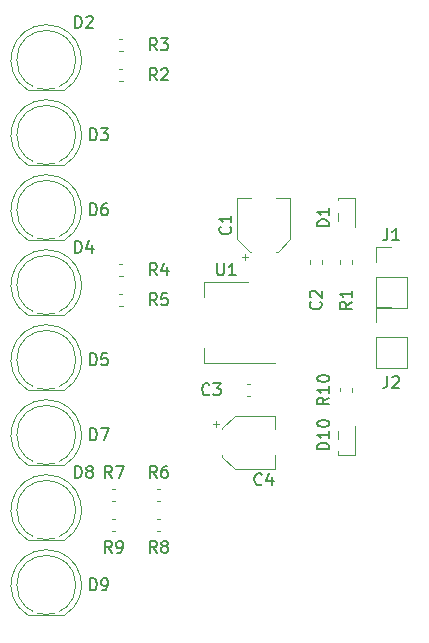
<source format=gto>
G04 #@! TF.GenerationSoftware,KiCad,Pcbnew,(6.0.0-rc1-dev)*
G04 #@! TF.CreationDate,2018-08-10T23:28:26+02:00*
G04 #@! TF.ProjectId,sender,73656E6465722E6B696361645F706362,rev?*
G04 #@! TF.SameCoordinates,PX6ed25c8PY45a45e8*
G04 #@! TF.FileFunction,Legend,Top*
G04 #@! TF.FilePolarity,Positive*
%FSLAX46Y46*%
G04 Gerber Fmt 4.6, Leading zero omitted, Abs format (unit mm)*
G04 Created by KiCad (PCBNEW (6.0.0-rc1-dev)) date Fri Aug 10 23:28:26 2018*
%MOMM*%
%LPD*%
G01*
G04 APERTURE LIST*
%ADD10C,0.120000*%
%ADD11C,0.200000*%
%ADD12C,5.400000*%
%ADD13C,0.100000*%
%ADD14C,1.350000*%
%ADD15R,3.000000X2.000000*%
%ADD16R,2.000000X3.000000*%
%ADD17O,2.100000X2.100000*%
%ADD18R,2.100000X2.100000*%
%ADD19C,2.200000*%
%ADD20R,2.200000X2.200000*%
%ADD21R,2.400000X4.200000*%
%ADD22R,2.400000X1.900000*%
G04 APERTURE END LIST*
D10*
G04 #@! TO.C,REF\002A\002A*
X34671000Y-50165000D02*
G75*
G03X34671000Y-50165000I-2286000J0D01*
G01*
G04 #@! TO.C,D10*
X27840000Y-35395000D02*
X27840000Y-37855000D01*
X27840000Y-37855000D02*
X29310000Y-37855000D01*
X29310000Y-37855000D02*
X29310000Y-35395000D01*
G04 #@! TO.C,C4*
X17570000Y-35020000D02*
X17570000Y-35520000D01*
X17320000Y-35270000D02*
X17820000Y-35270000D01*
X18060000Y-38025563D02*
X19124437Y-39090000D01*
X18060000Y-35634437D02*
X19124437Y-34570000D01*
X18060000Y-35634437D02*
X18060000Y-35770000D01*
X18060000Y-38025563D02*
X18060000Y-37890000D01*
X19124437Y-39090000D02*
X22580000Y-39090000D01*
X19124437Y-34570000D02*
X22580000Y-34570000D01*
X22580000Y-34570000D02*
X22580000Y-35770000D01*
X22580000Y-39090000D02*
X22580000Y-37890000D01*
G04 #@! TO.C,C1*
X23850000Y-16155000D02*
X22650000Y-16155000D01*
X19330000Y-16155000D02*
X20530000Y-16155000D01*
X19330000Y-19610563D02*
X19330000Y-16155000D01*
X23850000Y-19610563D02*
X23850000Y-16155000D01*
X22785563Y-20675000D02*
X22650000Y-20675000D01*
X20394437Y-20675000D02*
X20530000Y-20675000D01*
X20394437Y-20675000D02*
X19330000Y-19610563D01*
X22785563Y-20675000D02*
X23850000Y-19610563D01*
X20030000Y-21415000D02*
X20030000Y-20915000D01*
X19780000Y-21165000D02*
X20280000Y-21165000D01*
G04 #@! TO.C,C2*
X26545000Y-21761267D02*
X26545000Y-21418733D01*
X25525000Y-21761267D02*
X25525000Y-21418733D01*
G04 #@! TO.C,C3*
X20148733Y-31875000D02*
X20491267Y-31875000D01*
X20148733Y-32895000D02*
X20491267Y-32895000D01*
G04 #@! TO.C,J2*
X31055000Y-25340000D02*
X32385000Y-25340000D01*
X31055000Y-26670000D02*
X31055000Y-25340000D01*
X31055000Y-27940000D02*
X33715000Y-27940000D01*
X33715000Y-27940000D02*
X33715000Y-30540000D01*
X31055000Y-27940000D02*
X31055000Y-30540000D01*
X31055000Y-30540000D02*
X33715000Y-30540000D01*
G04 #@! TO.C,J1*
X31055000Y-25460000D02*
X33715000Y-25460000D01*
X31055000Y-22860000D02*
X31055000Y-25460000D01*
X33715000Y-22860000D02*
X33715000Y-25460000D01*
X31055000Y-22860000D02*
X33715000Y-22860000D01*
X31055000Y-21590000D02*
X31055000Y-20260000D01*
X31055000Y-20260000D02*
X32385000Y-20260000D01*
G04 #@! TO.C,D1*
X29310000Y-18580000D02*
X29310000Y-16120000D01*
X29310000Y-16120000D02*
X27840000Y-16120000D01*
X27840000Y-16120000D02*
X27840000Y-18580000D01*
G04 #@! TO.C,D9*
X1630000Y-51455000D02*
X4720000Y-51455000D01*
X5675000Y-48895000D02*
G75*
G03X5675000Y-48895000I-2500000J0D01*
G01*
X3174538Y-45905000D02*
G75*
G02X4719830Y-51455000I462J-2990000D01*
G01*
X3175462Y-45905000D02*
G75*
G03X1630170Y-51455000I-462J-2990000D01*
G01*
G04 #@! TO.C,D7*
X3175462Y-33205000D02*
G75*
G03X1630170Y-38755000I-462J-2990000D01*
G01*
X3174538Y-33205000D02*
G75*
G02X4719830Y-38755000I462J-2990000D01*
G01*
X5675000Y-36195000D02*
G75*
G03X5675000Y-36195000I-2500000J0D01*
G01*
X1630000Y-38755000D02*
X4720000Y-38755000D01*
G04 #@! TO.C,D6*
X1630000Y-19705000D02*
X4720000Y-19705000D01*
X5675000Y-17145000D02*
G75*
G03X5675000Y-17145000I-2500000J0D01*
G01*
X3174538Y-14155000D02*
G75*
G02X4719830Y-19705000I462J-2990000D01*
G01*
X3175462Y-14155000D02*
G75*
G03X1630170Y-19705000I-462J-2990000D01*
G01*
G04 #@! TO.C,D5*
X3175462Y-26855000D02*
G75*
G03X1630170Y-32405000I-462J-2990000D01*
G01*
X3174538Y-26855000D02*
G75*
G02X4719830Y-32405000I462J-2990000D01*
G01*
X5675000Y-29845000D02*
G75*
G03X5675000Y-29845000I-2500000J0D01*
G01*
X1630000Y-32405000D02*
X4720000Y-32405000D01*
G04 #@! TO.C,D4*
X1630000Y-26055000D02*
X4720000Y-26055000D01*
X5675000Y-23495000D02*
G75*
G03X5675000Y-23495000I-2500000J0D01*
G01*
X3174538Y-20505000D02*
G75*
G02X4719830Y-26055000I462J-2990000D01*
G01*
X3175462Y-20505000D02*
G75*
G03X1630170Y-26055000I-462J-2990000D01*
G01*
G04 #@! TO.C,D3*
X3175462Y-7805000D02*
G75*
G03X1630170Y-13355000I-462J-2990000D01*
G01*
X3174538Y-7805000D02*
G75*
G02X4719830Y-13355000I462J-2990000D01*
G01*
X5675000Y-10795000D02*
G75*
G03X5675000Y-10795000I-2500000J0D01*
G01*
X1630000Y-13355000D02*
X4720000Y-13355000D01*
G04 #@! TO.C,D2*
X1630000Y-7005000D02*
X4720000Y-7005000D01*
X5675000Y-4445000D02*
G75*
G03X5675000Y-4445000I-2500000J0D01*
G01*
X3174538Y-1455000D02*
G75*
G02X4719830Y-7005000I462J-2990000D01*
G01*
X3175462Y-1455000D02*
G75*
G03X1630170Y-7005000I-462J-2990000D01*
G01*
G04 #@! TO.C,D8*
X3175462Y-39555000D02*
G75*
G03X1630170Y-45105000I-462J-2990000D01*
G01*
X3174538Y-39555000D02*
G75*
G02X4719830Y-45105000I462J-2990000D01*
G01*
X5675000Y-42545000D02*
G75*
G03X5675000Y-42545000I-2500000J0D01*
G01*
X1630000Y-45105000D02*
X4720000Y-45105000D01*
G04 #@! TO.C,U1*
X16505000Y-23260000D02*
X16505000Y-24520000D01*
X16505000Y-30080000D02*
X16505000Y-28820000D01*
X20265000Y-23260000D02*
X16505000Y-23260000D01*
X22515000Y-30080000D02*
X16505000Y-30080000D01*
G04 #@! TO.C,R10*
X28065000Y-32213733D02*
X28065000Y-32556267D01*
X29085000Y-32213733D02*
X29085000Y-32556267D01*
G04 #@! TO.C,R1*
X28065000Y-21761267D02*
X28065000Y-21418733D01*
X29085000Y-21761267D02*
X29085000Y-21418733D01*
G04 #@! TO.C,R2*
X9696267Y-5205000D02*
X9353733Y-5205000D01*
X9696267Y-6225000D02*
X9353733Y-6225000D01*
G04 #@! TO.C,R3*
X9696267Y-3685000D02*
X9353733Y-3685000D01*
X9696267Y-2665000D02*
X9353733Y-2665000D01*
G04 #@! TO.C,R4*
X9696267Y-21715000D02*
X9353733Y-21715000D01*
X9696267Y-22735000D02*
X9353733Y-22735000D01*
G04 #@! TO.C,R5*
X9696267Y-25275000D02*
X9353733Y-25275000D01*
X9696267Y-24255000D02*
X9353733Y-24255000D01*
G04 #@! TO.C,R6*
X12871267Y-40765000D02*
X12528733Y-40765000D01*
X12871267Y-41785000D02*
X12528733Y-41785000D01*
G04 #@! TO.C,R7*
X9061267Y-41785000D02*
X8718733Y-41785000D01*
X9061267Y-40765000D02*
X8718733Y-40765000D01*
G04 #@! TO.C,R8*
X12871267Y-43305000D02*
X12528733Y-43305000D01*
X12871267Y-44325000D02*
X12528733Y-44325000D01*
G04 #@! TO.C,R9*
X9061267Y-44325000D02*
X8718733Y-44325000D01*
X9061267Y-43305000D02*
X8718733Y-43305000D01*
G04 #@! TO.C,REF\002A\002A*
X34671000Y-3810000D02*
G75*
G03X34671000Y-3810000I-2286000J0D01*
G01*
G04 #@! TO.C,D10*
D11*
X27122380Y-37409285D02*
X26122380Y-37409285D01*
X26122380Y-37171190D01*
X26170000Y-37028333D01*
X26265238Y-36933095D01*
X26360476Y-36885476D01*
X26550952Y-36837857D01*
X26693809Y-36837857D01*
X26884285Y-36885476D01*
X26979523Y-36933095D01*
X27074761Y-37028333D01*
X27122380Y-37171190D01*
X27122380Y-37409285D01*
X27122380Y-35885476D02*
X27122380Y-36456904D01*
X27122380Y-36171190D02*
X26122380Y-36171190D01*
X26265238Y-36266428D01*
X26360476Y-36361666D01*
X26408095Y-36456904D01*
X26122380Y-35266428D02*
X26122380Y-35171190D01*
X26170000Y-35075952D01*
X26217619Y-35028333D01*
X26312857Y-34980714D01*
X26503333Y-34933095D01*
X26741428Y-34933095D01*
X26931904Y-34980714D01*
X27027142Y-35028333D01*
X27074761Y-35075952D01*
X27122380Y-35171190D01*
X27122380Y-35266428D01*
X27074761Y-35361666D01*
X27027142Y-35409285D01*
X26931904Y-35456904D01*
X26741428Y-35504523D01*
X26503333Y-35504523D01*
X26312857Y-35456904D01*
X26217619Y-35409285D01*
X26170000Y-35361666D01*
X26122380Y-35266428D01*
G04 #@! TO.C,C4*
X21423333Y-40362142D02*
X21375714Y-40409761D01*
X21232857Y-40457380D01*
X21137619Y-40457380D01*
X20994761Y-40409761D01*
X20899523Y-40314523D01*
X20851904Y-40219285D01*
X20804285Y-40028809D01*
X20804285Y-39885952D01*
X20851904Y-39695476D01*
X20899523Y-39600238D01*
X20994761Y-39505000D01*
X21137619Y-39457380D01*
X21232857Y-39457380D01*
X21375714Y-39505000D01*
X21423333Y-39552619D01*
X22280476Y-39790714D02*
X22280476Y-40457380D01*
X22042380Y-39409761D02*
X21804285Y-40124047D01*
X22423333Y-40124047D01*
G04 #@! TO.C,C1*
X18747142Y-18581666D02*
X18794761Y-18629285D01*
X18842380Y-18772142D01*
X18842380Y-18867380D01*
X18794761Y-19010238D01*
X18699523Y-19105476D01*
X18604285Y-19153095D01*
X18413809Y-19200714D01*
X18270952Y-19200714D01*
X18080476Y-19153095D01*
X17985238Y-19105476D01*
X17890000Y-19010238D01*
X17842380Y-18867380D01*
X17842380Y-18772142D01*
X17890000Y-18629285D01*
X17937619Y-18581666D01*
X18842380Y-17629285D02*
X18842380Y-18200714D01*
X18842380Y-17915000D02*
X17842380Y-17915000D01*
X17985238Y-18010238D01*
X18080476Y-18105476D01*
X18128095Y-18200714D01*
G04 #@! TO.C,C2*
X26392142Y-24931666D02*
X26439761Y-24979285D01*
X26487380Y-25122142D01*
X26487380Y-25217380D01*
X26439761Y-25360238D01*
X26344523Y-25455476D01*
X26249285Y-25503095D01*
X26058809Y-25550714D01*
X25915952Y-25550714D01*
X25725476Y-25503095D01*
X25630238Y-25455476D01*
X25535000Y-25360238D01*
X25487380Y-25217380D01*
X25487380Y-25122142D01*
X25535000Y-24979285D01*
X25582619Y-24931666D01*
X25582619Y-24550714D02*
X25535000Y-24503095D01*
X25487380Y-24407857D01*
X25487380Y-24169761D01*
X25535000Y-24074523D01*
X25582619Y-24026904D01*
X25677857Y-23979285D01*
X25773095Y-23979285D01*
X25915952Y-24026904D01*
X26487380Y-24598333D01*
X26487380Y-23979285D01*
G04 #@! TO.C,C3*
X16978333Y-32742142D02*
X16930714Y-32789761D01*
X16787857Y-32837380D01*
X16692619Y-32837380D01*
X16549761Y-32789761D01*
X16454523Y-32694523D01*
X16406904Y-32599285D01*
X16359285Y-32408809D01*
X16359285Y-32265952D01*
X16406904Y-32075476D01*
X16454523Y-31980238D01*
X16549761Y-31885000D01*
X16692619Y-31837380D01*
X16787857Y-31837380D01*
X16930714Y-31885000D01*
X16978333Y-31932619D01*
X17311666Y-31837380D02*
X17930714Y-31837380D01*
X17597380Y-32218333D01*
X17740238Y-32218333D01*
X17835476Y-32265952D01*
X17883095Y-32313571D01*
X17930714Y-32408809D01*
X17930714Y-32646904D01*
X17883095Y-32742142D01*
X17835476Y-32789761D01*
X17740238Y-32837380D01*
X17454523Y-32837380D01*
X17359285Y-32789761D01*
X17311666Y-32742142D01*
G04 #@! TO.C,J2*
X32051666Y-31202380D02*
X32051666Y-31916666D01*
X32004047Y-32059523D01*
X31908809Y-32154761D01*
X31765952Y-32202380D01*
X31670714Y-32202380D01*
X32480238Y-31297619D02*
X32527857Y-31250000D01*
X32623095Y-31202380D01*
X32861190Y-31202380D01*
X32956428Y-31250000D01*
X33004047Y-31297619D01*
X33051666Y-31392857D01*
X33051666Y-31488095D01*
X33004047Y-31630952D01*
X32432619Y-32202380D01*
X33051666Y-32202380D01*
G04 #@! TO.C,J1*
X32051666Y-18712380D02*
X32051666Y-19426666D01*
X32004047Y-19569523D01*
X31908809Y-19664761D01*
X31765952Y-19712380D01*
X31670714Y-19712380D01*
X33051666Y-19712380D02*
X32480238Y-19712380D01*
X32765952Y-19712380D02*
X32765952Y-18712380D01*
X32670714Y-18855238D01*
X32575476Y-18950476D01*
X32480238Y-18998095D01*
G04 #@! TO.C,D1*
X27122380Y-18518095D02*
X26122380Y-18518095D01*
X26122380Y-18280000D01*
X26170000Y-18137142D01*
X26265238Y-18041904D01*
X26360476Y-17994285D01*
X26550952Y-17946666D01*
X26693809Y-17946666D01*
X26884285Y-17994285D01*
X26979523Y-18041904D01*
X27074761Y-18137142D01*
X27122380Y-18280000D01*
X27122380Y-18518095D01*
X27122380Y-16994285D02*
X27122380Y-17565714D01*
X27122380Y-17280000D02*
X26122380Y-17280000D01*
X26265238Y-17375238D01*
X26360476Y-17470476D01*
X26408095Y-17565714D01*
G04 #@! TO.C,D9*
X6881904Y-49347380D02*
X6881904Y-48347380D01*
X7120000Y-48347380D01*
X7262857Y-48395000D01*
X7358095Y-48490238D01*
X7405714Y-48585476D01*
X7453333Y-48775952D01*
X7453333Y-48918809D01*
X7405714Y-49109285D01*
X7358095Y-49204523D01*
X7262857Y-49299761D01*
X7120000Y-49347380D01*
X6881904Y-49347380D01*
X7929523Y-49347380D02*
X8120000Y-49347380D01*
X8215238Y-49299761D01*
X8262857Y-49252142D01*
X8358095Y-49109285D01*
X8405714Y-48918809D01*
X8405714Y-48537857D01*
X8358095Y-48442619D01*
X8310476Y-48395000D01*
X8215238Y-48347380D01*
X8024761Y-48347380D01*
X7929523Y-48395000D01*
X7881904Y-48442619D01*
X7834285Y-48537857D01*
X7834285Y-48775952D01*
X7881904Y-48871190D01*
X7929523Y-48918809D01*
X8024761Y-48966428D01*
X8215238Y-48966428D01*
X8310476Y-48918809D01*
X8358095Y-48871190D01*
X8405714Y-48775952D01*
G04 #@! TO.C,D7*
X6881904Y-36647380D02*
X6881904Y-35647380D01*
X7120000Y-35647380D01*
X7262857Y-35695000D01*
X7358095Y-35790238D01*
X7405714Y-35885476D01*
X7453333Y-36075952D01*
X7453333Y-36218809D01*
X7405714Y-36409285D01*
X7358095Y-36504523D01*
X7262857Y-36599761D01*
X7120000Y-36647380D01*
X6881904Y-36647380D01*
X7786666Y-35647380D02*
X8453333Y-35647380D01*
X8024761Y-36647380D01*
G04 #@! TO.C,D6*
X6881904Y-17597380D02*
X6881904Y-16597380D01*
X7120000Y-16597380D01*
X7262857Y-16645000D01*
X7358095Y-16740238D01*
X7405714Y-16835476D01*
X7453333Y-17025952D01*
X7453333Y-17168809D01*
X7405714Y-17359285D01*
X7358095Y-17454523D01*
X7262857Y-17549761D01*
X7120000Y-17597380D01*
X6881904Y-17597380D01*
X8310476Y-16597380D02*
X8120000Y-16597380D01*
X8024761Y-16645000D01*
X7977142Y-16692619D01*
X7881904Y-16835476D01*
X7834285Y-17025952D01*
X7834285Y-17406904D01*
X7881904Y-17502142D01*
X7929523Y-17549761D01*
X8024761Y-17597380D01*
X8215238Y-17597380D01*
X8310476Y-17549761D01*
X8358095Y-17502142D01*
X8405714Y-17406904D01*
X8405714Y-17168809D01*
X8358095Y-17073571D01*
X8310476Y-17025952D01*
X8215238Y-16978333D01*
X8024761Y-16978333D01*
X7929523Y-17025952D01*
X7881904Y-17073571D01*
X7834285Y-17168809D01*
G04 #@! TO.C,D5*
X6881904Y-30297380D02*
X6881904Y-29297380D01*
X7120000Y-29297380D01*
X7262857Y-29345000D01*
X7358095Y-29440238D01*
X7405714Y-29535476D01*
X7453333Y-29725952D01*
X7453333Y-29868809D01*
X7405714Y-30059285D01*
X7358095Y-30154523D01*
X7262857Y-30249761D01*
X7120000Y-30297380D01*
X6881904Y-30297380D01*
X8358095Y-29297380D02*
X7881904Y-29297380D01*
X7834285Y-29773571D01*
X7881904Y-29725952D01*
X7977142Y-29678333D01*
X8215238Y-29678333D01*
X8310476Y-29725952D01*
X8358095Y-29773571D01*
X8405714Y-29868809D01*
X8405714Y-30106904D01*
X8358095Y-30202142D01*
X8310476Y-30249761D01*
X8215238Y-30297380D01*
X7977142Y-30297380D01*
X7881904Y-30249761D01*
X7834285Y-30202142D01*
G04 #@! TO.C,D4*
X5611904Y-20772380D02*
X5611904Y-19772380D01*
X5850000Y-19772380D01*
X5992857Y-19820000D01*
X6088095Y-19915238D01*
X6135714Y-20010476D01*
X6183333Y-20200952D01*
X6183333Y-20343809D01*
X6135714Y-20534285D01*
X6088095Y-20629523D01*
X5992857Y-20724761D01*
X5850000Y-20772380D01*
X5611904Y-20772380D01*
X7040476Y-20105714D02*
X7040476Y-20772380D01*
X6802380Y-19724761D02*
X6564285Y-20439047D01*
X7183333Y-20439047D01*
G04 #@! TO.C,D3*
X6881904Y-11247380D02*
X6881904Y-10247380D01*
X7120000Y-10247380D01*
X7262857Y-10295000D01*
X7358095Y-10390238D01*
X7405714Y-10485476D01*
X7453333Y-10675952D01*
X7453333Y-10818809D01*
X7405714Y-11009285D01*
X7358095Y-11104523D01*
X7262857Y-11199761D01*
X7120000Y-11247380D01*
X6881904Y-11247380D01*
X7786666Y-10247380D02*
X8405714Y-10247380D01*
X8072380Y-10628333D01*
X8215238Y-10628333D01*
X8310476Y-10675952D01*
X8358095Y-10723571D01*
X8405714Y-10818809D01*
X8405714Y-11056904D01*
X8358095Y-11152142D01*
X8310476Y-11199761D01*
X8215238Y-11247380D01*
X7929523Y-11247380D01*
X7834285Y-11199761D01*
X7786666Y-11152142D01*
G04 #@! TO.C,D2*
X5611904Y-1722380D02*
X5611904Y-722380D01*
X5850000Y-722380D01*
X5992857Y-770000D01*
X6088095Y-865238D01*
X6135714Y-960476D01*
X6183333Y-1150952D01*
X6183333Y-1293809D01*
X6135714Y-1484285D01*
X6088095Y-1579523D01*
X5992857Y-1674761D01*
X5850000Y-1722380D01*
X5611904Y-1722380D01*
X6564285Y-817619D02*
X6611904Y-770000D01*
X6707142Y-722380D01*
X6945238Y-722380D01*
X7040476Y-770000D01*
X7088095Y-817619D01*
X7135714Y-912857D01*
X7135714Y-1008095D01*
X7088095Y-1150952D01*
X6516666Y-1722380D01*
X7135714Y-1722380D01*
G04 #@! TO.C,D8*
X5611904Y-39822380D02*
X5611904Y-38822380D01*
X5850000Y-38822380D01*
X5992857Y-38870000D01*
X6088095Y-38965238D01*
X6135714Y-39060476D01*
X6183333Y-39250952D01*
X6183333Y-39393809D01*
X6135714Y-39584285D01*
X6088095Y-39679523D01*
X5992857Y-39774761D01*
X5850000Y-39822380D01*
X5611904Y-39822380D01*
X6754761Y-39250952D02*
X6659523Y-39203333D01*
X6611904Y-39155714D01*
X6564285Y-39060476D01*
X6564285Y-39012857D01*
X6611904Y-38917619D01*
X6659523Y-38870000D01*
X6754761Y-38822380D01*
X6945238Y-38822380D01*
X7040476Y-38870000D01*
X7088095Y-38917619D01*
X7135714Y-39012857D01*
X7135714Y-39060476D01*
X7088095Y-39155714D01*
X7040476Y-39203333D01*
X6945238Y-39250952D01*
X6754761Y-39250952D01*
X6659523Y-39298571D01*
X6611904Y-39346190D01*
X6564285Y-39441428D01*
X6564285Y-39631904D01*
X6611904Y-39727142D01*
X6659523Y-39774761D01*
X6754761Y-39822380D01*
X6945238Y-39822380D01*
X7040476Y-39774761D01*
X7088095Y-39727142D01*
X7135714Y-39631904D01*
X7135714Y-39441428D01*
X7088095Y-39346190D01*
X7040476Y-39298571D01*
X6945238Y-39250952D01*
G04 #@! TO.C,U1*
X17653095Y-21677380D02*
X17653095Y-22486904D01*
X17700714Y-22582142D01*
X17748333Y-22629761D01*
X17843571Y-22677380D01*
X18034047Y-22677380D01*
X18129285Y-22629761D01*
X18176904Y-22582142D01*
X18224523Y-22486904D01*
X18224523Y-21677380D01*
X19224523Y-22677380D02*
X18653095Y-22677380D01*
X18938809Y-22677380D02*
X18938809Y-21677380D01*
X18843571Y-21820238D01*
X18748333Y-21915476D01*
X18653095Y-21963095D01*
G04 #@! TO.C,R10*
X27122380Y-33027857D02*
X26646190Y-33361190D01*
X27122380Y-33599285D02*
X26122380Y-33599285D01*
X26122380Y-33218333D01*
X26170000Y-33123095D01*
X26217619Y-33075476D01*
X26312857Y-33027857D01*
X26455714Y-33027857D01*
X26550952Y-33075476D01*
X26598571Y-33123095D01*
X26646190Y-33218333D01*
X26646190Y-33599285D01*
X27122380Y-32075476D02*
X27122380Y-32646904D01*
X27122380Y-32361190D02*
X26122380Y-32361190D01*
X26265238Y-32456428D01*
X26360476Y-32551666D01*
X26408095Y-32646904D01*
X26122380Y-31456428D02*
X26122380Y-31361190D01*
X26170000Y-31265952D01*
X26217619Y-31218333D01*
X26312857Y-31170714D01*
X26503333Y-31123095D01*
X26741428Y-31123095D01*
X26931904Y-31170714D01*
X27027142Y-31218333D01*
X27074761Y-31265952D01*
X27122380Y-31361190D01*
X27122380Y-31456428D01*
X27074761Y-31551666D01*
X27027142Y-31599285D01*
X26931904Y-31646904D01*
X26741428Y-31694523D01*
X26503333Y-31694523D01*
X26312857Y-31646904D01*
X26217619Y-31599285D01*
X26170000Y-31551666D01*
X26122380Y-31456428D01*
G04 #@! TO.C,R1*
X29027380Y-24931666D02*
X28551190Y-25265000D01*
X29027380Y-25503095D02*
X28027380Y-25503095D01*
X28027380Y-25122142D01*
X28075000Y-25026904D01*
X28122619Y-24979285D01*
X28217857Y-24931666D01*
X28360714Y-24931666D01*
X28455952Y-24979285D01*
X28503571Y-25026904D01*
X28551190Y-25122142D01*
X28551190Y-25503095D01*
X29027380Y-23979285D02*
X29027380Y-24550714D01*
X29027380Y-24265000D02*
X28027380Y-24265000D01*
X28170238Y-24360238D01*
X28265476Y-24455476D01*
X28313095Y-24550714D01*
G04 #@! TO.C,R2*
X12533333Y-6167380D02*
X12200000Y-5691190D01*
X11961904Y-6167380D02*
X11961904Y-5167380D01*
X12342857Y-5167380D01*
X12438095Y-5215000D01*
X12485714Y-5262619D01*
X12533333Y-5357857D01*
X12533333Y-5500714D01*
X12485714Y-5595952D01*
X12438095Y-5643571D01*
X12342857Y-5691190D01*
X11961904Y-5691190D01*
X12914285Y-5262619D02*
X12961904Y-5215000D01*
X13057142Y-5167380D01*
X13295238Y-5167380D01*
X13390476Y-5215000D01*
X13438095Y-5262619D01*
X13485714Y-5357857D01*
X13485714Y-5453095D01*
X13438095Y-5595952D01*
X12866666Y-6167380D01*
X13485714Y-6167380D01*
G04 #@! TO.C,R3*
X12533333Y-3627380D02*
X12200000Y-3151190D01*
X11961904Y-3627380D02*
X11961904Y-2627380D01*
X12342857Y-2627380D01*
X12438095Y-2675000D01*
X12485714Y-2722619D01*
X12533333Y-2817857D01*
X12533333Y-2960714D01*
X12485714Y-3055952D01*
X12438095Y-3103571D01*
X12342857Y-3151190D01*
X11961904Y-3151190D01*
X12866666Y-2627380D02*
X13485714Y-2627380D01*
X13152380Y-3008333D01*
X13295238Y-3008333D01*
X13390476Y-3055952D01*
X13438095Y-3103571D01*
X13485714Y-3198809D01*
X13485714Y-3436904D01*
X13438095Y-3532142D01*
X13390476Y-3579761D01*
X13295238Y-3627380D01*
X13009523Y-3627380D01*
X12914285Y-3579761D01*
X12866666Y-3532142D01*
G04 #@! TO.C,R4*
X12533333Y-22677380D02*
X12200000Y-22201190D01*
X11961904Y-22677380D02*
X11961904Y-21677380D01*
X12342857Y-21677380D01*
X12438095Y-21725000D01*
X12485714Y-21772619D01*
X12533333Y-21867857D01*
X12533333Y-22010714D01*
X12485714Y-22105952D01*
X12438095Y-22153571D01*
X12342857Y-22201190D01*
X11961904Y-22201190D01*
X13390476Y-22010714D02*
X13390476Y-22677380D01*
X13152380Y-21629761D02*
X12914285Y-22344047D01*
X13533333Y-22344047D01*
G04 #@! TO.C,R5*
X12533333Y-25217380D02*
X12200000Y-24741190D01*
X11961904Y-25217380D02*
X11961904Y-24217380D01*
X12342857Y-24217380D01*
X12438095Y-24265000D01*
X12485714Y-24312619D01*
X12533333Y-24407857D01*
X12533333Y-24550714D01*
X12485714Y-24645952D01*
X12438095Y-24693571D01*
X12342857Y-24741190D01*
X11961904Y-24741190D01*
X13438095Y-24217380D02*
X12961904Y-24217380D01*
X12914285Y-24693571D01*
X12961904Y-24645952D01*
X13057142Y-24598333D01*
X13295238Y-24598333D01*
X13390476Y-24645952D01*
X13438095Y-24693571D01*
X13485714Y-24788809D01*
X13485714Y-25026904D01*
X13438095Y-25122142D01*
X13390476Y-25169761D01*
X13295238Y-25217380D01*
X13057142Y-25217380D01*
X12961904Y-25169761D01*
X12914285Y-25122142D01*
G04 #@! TO.C,R6*
X12533333Y-39822380D02*
X12200000Y-39346190D01*
X11961904Y-39822380D02*
X11961904Y-38822380D01*
X12342857Y-38822380D01*
X12438095Y-38870000D01*
X12485714Y-38917619D01*
X12533333Y-39012857D01*
X12533333Y-39155714D01*
X12485714Y-39250952D01*
X12438095Y-39298571D01*
X12342857Y-39346190D01*
X11961904Y-39346190D01*
X13390476Y-38822380D02*
X13200000Y-38822380D01*
X13104761Y-38870000D01*
X13057142Y-38917619D01*
X12961904Y-39060476D01*
X12914285Y-39250952D01*
X12914285Y-39631904D01*
X12961904Y-39727142D01*
X13009523Y-39774761D01*
X13104761Y-39822380D01*
X13295238Y-39822380D01*
X13390476Y-39774761D01*
X13438095Y-39727142D01*
X13485714Y-39631904D01*
X13485714Y-39393809D01*
X13438095Y-39298571D01*
X13390476Y-39250952D01*
X13295238Y-39203333D01*
X13104761Y-39203333D01*
X13009523Y-39250952D01*
X12961904Y-39298571D01*
X12914285Y-39393809D01*
G04 #@! TO.C,R7*
X8723333Y-39822380D02*
X8390000Y-39346190D01*
X8151904Y-39822380D02*
X8151904Y-38822380D01*
X8532857Y-38822380D01*
X8628095Y-38870000D01*
X8675714Y-38917619D01*
X8723333Y-39012857D01*
X8723333Y-39155714D01*
X8675714Y-39250952D01*
X8628095Y-39298571D01*
X8532857Y-39346190D01*
X8151904Y-39346190D01*
X9056666Y-38822380D02*
X9723333Y-38822380D01*
X9294761Y-39822380D01*
G04 #@! TO.C,R8*
X12533333Y-46172380D02*
X12200000Y-45696190D01*
X11961904Y-46172380D02*
X11961904Y-45172380D01*
X12342857Y-45172380D01*
X12438095Y-45220000D01*
X12485714Y-45267619D01*
X12533333Y-45362857D01*
X12533333Y-45505714D01*
X12485714Y-45600952D01*
X12438095Y-45648571D01*
X12342857Y-45696190D01*
X11961904Y-45696190D01*
X13104761Y-45600952D02*
X13009523Y-45553333D01*
X12961904Y-45505714D01*
X12914285Y-45410476D01*
X12914285Y-45362857D01*
X12961904Y-45267619D01*
X13009523Y-45220000D01*
X13104761Y-45172380D01*
X13295238Y-45172380D01*
X13390476Y-45220000D01*
X13438095Y-45267619D01*
X13485714Y-45362857D01*
X13485714Y-45410476D01*
X13438095Y-45505714D01*
X13390476Y-45553333D01*
X13295238Y-45600952D01*
X13104761Y-45600952D01*
X13009523Y-45648571D01*
X12961904Y-45696190D01*
X12914285Y-45791428D01*
X12914285Y-45981904D01*
X12961904Y-46077142D01*
X13009523Y-46124761D01*
X13104761Y-46172380D01*
X13295238Y-46172380D01*
X13390476Y-46124761D01*
X13438095Y-46077142D01*
X13485714Y-45981904D01*
X13485714Y-45791428D01*
X13438095Y-45696190D01*
X13390476Y-45648571D01*
X13295238Y-45600952D01*
G04 #@! TO.C,R9*
X8723333Y-46172380D02*
X8390000Y-45696190D01*
X8151904Y-46172380D02*
X8151904Y-45172380D01*
X8532857Y-45172380D01*
X8628095Y-45220000D01*
X8675714Y-45267619D01*
X8723333Y-45362857D01*
X8723333Y-45505714D01*
X8675714Y-45600952D01*
X8628095Y-45648571D01*
X8532857Y-45696190D01*
X8151904Y-45696190D01*
X9199523Y-46172380D02*
X9390000Y-46172380D01*
X9485238Y-46124761D01*
X9532857Y-46077142D01*
X9628095Y-45934285D01*
X9675714Y-45743809D01*
X9675714Y-45362857D01*
X9628095Y-45267619D01*
X9580476Y-45220000D01*
X9485238Y-45172380D01*
X9294761Y-45172380D01*
X9199523Y-45220000D01*
X9151904Y-45267619D01*
X9104285Y-45362857D01*
X9104285Y-45600952D01*
X9151904Y-45696190D01*
X9199523Y-45743809D01*
X9294761Y-45791428D01*
X9485238Y-45791428D01*
X9580476Y-45743809D01*
X9628095Y-45696190D01*
X9675714Y-45600952D01*
G04 #@! TD*
%LPC*%
D12*
G04 #@! TO.C,REF\002A\002A*
X32385000Y-50165000D03*
G04 #@! TD*
D13*
G04 #@! TO.C,D10*
G36*
X28945581Y-36346625D02*
X28978343Y-36351485D01*
X29010471Y-36359533D01*
X29041656Y-36370691D01*
X29071596Y-36384852D01*
X29100005Y-36401879D01*
X29126608Y-36421609D01*
X29151149Y-36443851D01*
X29173391Y-36468392D01*
X29193121Y-36494995D01*
X29210148Y-36523404D01*
X29224309Y-36553344D01*
X29235467Y-36584529D01*
X29243515Y-36616657D01*
X29248375Y-36649419D01*
X29250000Y-36682500D01*
X29250000Y-37457500D01*
X29248375Y-37490581D01*
X29243515Y-37523343D01*
X29235467Y-37555471D01*
X29224309Y-37586656D01*
X29210148Y-37616596D01*
X29193121Y-37645005D01*
X29173391Y-37671608D01*
X29151149Y-37696149D01*
X29126608Y-37718391D01*
X29100005Y-37738121D01*
X29071596Y-37755148D01*
X29041656Y-37769309D01*
X29010471Y-37780467D01*
X28978343Y-37788515D01*
X28945581Y-37793375D01*
X28912500Y-37795000D01*
X28237500Y-37795000D01*
X28204419Y-37793375D01*
X28171657Y-37788515D01*
X28139529Y-37780467D01*
X28108344Y-37769309D01*
X28078404Y-37755148D01*
X28049995Y-37738121D01*
X28023392Y-37718391D01*
X27998851Y-37696149D01*
X27976609Y-37671608D01*
X27956879Y-37645005D01*
X27939852Y-37616596D01*
X27925691Y-37586656D01*
X27914533Y-37555471D01*
X27906485Y-37523343D01*
X27901625Y-37490581D01*
X27900000Y-37457500D01*
X27900000Y-36682500D01*
X27901625Y-36649419D01*
X27906485Y-36616657D01*
X27914533Y-36584529D01*
X27925691Y-36553344D01*
X27939852Y-36523404D01*
X27956879Y-36494995D01*
X27976609Y-36468392D01*
X27998851Y-36443851D01*
X28023392Y-36421609D01*
X28049995Y-36401879D01*
X28078404Y-36384852D01*
X28108344Y-36370691D01*
X28139529Y-36359533D01*
X28171657Y-36351485D01*
X28204419Y-36346625D01*
X28237500Y-36345000D01*
X28912500Y-36345000D01*
X28945581Y-36346625D01*
X28945581Y-36346625D01*
G37*
D14*
X28575000Y-37070000D03*
D13*
G36*
X28945581Y-34596625D02*
X28978343Y-34601485D01*
X29010471Y-34609533D01*
X29041656Y-34620691D01*
X29071596Y-34634852D01*
X29100005Y-34651879D01*
X29126608Y-34671609D01*
X29151149Y-34693851D01*
X29173391Y-34718392D01*
X29193121Y-34744995D01*
X29210148Y-34773404D01*
X29224309Y-34803344D01*
X29235467Y-34834529D01*
X29243515Y-34866657D01*
X29248375Y-34899419D01*
X29250000Y-34932500D01*
X29250000Y-35707500D01*
X29248375Y-35740581D01*
X29243515Y-35773343D01*
X29235467Y-35805471D01*
X29224309Y-35836656D01*
X29210148Y-35866596D01*
X29193121Y-35895005D01*
X29173391Y-35921608D01*
X29151149Y-35946149D01*
X29126608Y-35968391D01*
X29100005Y-35988121D01*
X29071596Y-36005148D01*
X29041656Y-36019309D01*
X29010471Y-36030467D01*
X28978343Y-36038515D01*
X28945581Y-36043375D01*
X28912500Y-36045000D01*
X28237500Y-36045000D01*
X28204419Y-36043375D01*
X28171657Y-36038515D01*
X28139529Y-36030467D01*
X28108344Y-36019309D01*
X28078404Y-36005148D01*
X28049995Y-35988121D01*
X28023392Y-35968391D01*
X27998851Y-35946149D01*
X27976609Y-35921608D01*
X27956879Y-35895005D01*
X27939852Y-35866596D01*
X27925691Y-35836656D01*
X27914533Y-35805471D01*
X27906485Y-35773343D01*
X27901625Y-35740581D01*
X27900000Y-35707500D01*
X27900000Y-34932500D01*
X27901625Y-34899419D01*
X27906485Y-34866657D01*
X27914533Y-34834529D01*
X27925691Y-34803344D01*
X27939852Y-34773404D01*
X27956879Y-34744995D01*
X27976609Y-34718392D01*
X27998851Y-34693851D01*
X28023392Y-34671609D01*
X28049995Y-34651879D01*
X28078404Y-34634852D01*
X28108344Y-34620691D01*
X28139529Y-34609533D01*
X28171657Y-34601485D01*
X28204419Y-34596625D01*
X28237500Y-34595000D01*
X28912500Y-34595000D01*
X28945581Y-34596625D01*
X28945581Y-34596625D01*
G37*
D14*
X28575000Y-35320000D03*
G04 #@! TD*
D15*
G04 #@! TO.C,C4*
X22120000Y-36830000D03*
X18520000Y-36830000D03*
G04 #@! TD*
D16*
G04 #@! TO.C,C1*
X21590000Y-20215000D03*
X21590000Y-16615000D03*
G04 #@! TD*
D13*
G04 #@! TO.C,C2*
G36*
X26405581Y-19991625D02*
X26438343Y-19996485D01*
X26470471Y-20004533D01*
X26501656Y-20015691D01*
X26531596Y-20029852D01*
X26560005Y-20046879D01*
X26586608Y-20066609D01*
X26611149Y-20088851D01*
X26633391Y-20113392D01*
X26653121Y-20139995D01*
X26670148Y-20168404D01*
X26684309Y-20198344D01*
X26695467Y-20229529D01*
X26703515Y-20261657D01*
X26708375Y-20294419D01*
X26710000Y-20327500D01*
X26710000Y-21102500D01*
X26708375Y-21135581D01*
X26703515Y-21168343D01*
X26695467Y-21200471D01*
X26684309Y-21231656D01*
X26670148Y-21261596D01*
X26653121Y-21290005D01*
X26633391Y-21316608D01*
X26611149Y-21341149D01*
X26586608Y-21363391D01*
X26560005Y-21383121D01*
X26531596Y-21400148D01*
X26501656Y-21414309D01*
X26470471Y-21425467D01*
X26438343Y-21433515D01*
X26405581Y-21438375D01*
X26372500Y-21440000D01*
X25697500Y-21440000D01*
X25664419Y-21438375D01*
X25631657Y-21433515D01*
X25599529Y-21425467D01*
X25568344Y-21414309D01*
X25538404Y-21400148D01*
X25509995Y-21383121D01*
X25483392Y-21363391D01*
X25458851Y-21341149D01*
X25436609Y-21316608D01*
X25416879Y-21290005D01*
X25399852Y-21261596D01*
X25385691Y-21231656D01*
X25374533Y-21200471D01*
X25366485Y-21168343D01*
X25361625Y-21135581D01*
X25360000Y-21102500D01*
X25360000Y-20327500D01*
X25361625Y-20294419D01*
X25366485Y-20261657D01*
X25374533Y-20229529D01*
X25385691Y-20198344D01*
X25399852Y-20168404D01*
X25416879Y-20139995D01*
X25436609Y-20113392D01*
X25458851Y-20088851D01*
X25483392Y-20066609D01*
X25509995Y-20046879D01*
X25538404Y-20029852D01*
X25568344Y-20015691D01*
X25599529Y-20004533D01*
X25631657Y-19996485D01*
X25664419Y-19991625D01*
X25697500Y-19990000D01*
X26372500Y-19990000D01*
X26405581Y-19991625D01*
X26405581Y-19991625D01*
G37*
D14*
X26035000Y-20715000D03*
D13*
G36*
X26405581Y-21741625D02*
X26438343Y-21746485D01*
X26470471Y-21754533D01*
X26501656Y-21765691D01*
X26531596Y-21779852D01*
X26560005Y-21796879D01*
X26586608Y-21816609D01*
X26611149Y-21838851D01*
X26633391Y-21863392D01*
X26653121Y-21889995D01*
X26670148Y-21918404D01*
X26684309Y-21948344D01*
X26695467Y-21979529D01*
X26703515Y-22011657D01*
X26708375Y-22044419D01*
X26710000Y-22077500D01*
X26710000Y-22852500D01*
X26708375Y-22885581D01*
X26703515Y-22918343D01*
X26695467Y-22950471D01*
X26684309Y-22981656D01*
X26670148Y-23011596D01*
X26653121Y-23040005D01*
X26633391Y-23066608D01*
X26611149Y-23091149D01*
X26586608Y-23113391D01*
X26560005Y-23133121D01*
X26531596Y-23150148D01*
X26501656Y-23164309D01*
X26470471Y-23175467D01*
X26438343Y-23183515D01*
X26405581Y-23188375D01*
X26372500Y-23190000D01*
X25697500Y-23190000D01*
X25664419Y-23188375D01*
X25631657Y-23183515D01*
X25599529Y-23175467D01*
X25568344Y-23164309D01*
X25538404Y-23150148D01*
X25509995Y-23133121D01*
X25483392Y-23113391D01*
X25458851Y-23091149D01*
X25436609Y-23066608D01*
X25416879Y-23040005D01*
X25399852Y-23011596D01*
X25385691Y-22981656D01*
X25374533Y-22950471D01*
X25366485Y-22918343D01*
X25361625Y-22885581D01*
X25360000Y-22852500D01*
X25360000Y-22077500D01*
X25361625Y-22044419D01*
X25366485Y-22011657D01*
X25374533Y-21979529D01*
X25385691Y-21948344D01*
X25399852Y-21918404D01*
X25416879Y-21889995D01*
X25436609Y-21863392D01*
X25458851Y-21838851D01*
X25483392Y-21816609D01*
X25509995Y-21796879D01*
X25538404Y-21779852D01*
X25568344Y-21765691D01*
X25599529Y-21754533D01*
X25631657Y-21746485D01*
X25664419Y-21741625D01*
X25697500Y-21740000D01*
X26372500Y-21740000D01*
X26405581Y-21741625D01*
X26405581Y-21741625D01*
G37*
D14*
X26035000Y-22465000D03*
G04 #@! TD*
D13*
G04 #@! TO.C,C3*
G36*
X19865581Y-31711625D02*
X19898343Y-31716485D01*
X19930471Y-31724533D01*
X19961656Y-31735691D01*
X19991596Y-31749852D01*
X20020005Y-31766879D01*
X20046608Y-31786609D01*
X20071149Y-31808851D01*
X20093391Y-31833392D01*
X20113121Y-31859995D01*
X20130148Y-31888404D01*
X20144309Y-31918344D01*
X20155467Y-31949529D01*
X20163515Y-31981657D01*
X20168375Y-32014419D01*
X20170000Y-32047500D01*
X20170000Y-32722500D01*
X20168375Y-32755581D01*
X20163515Y-32788343D01*
X20155467Y-32820471D01*
X20144309Y-32851656D01*
X20130148Y-32881596D01*
X20113121Y-32910005D01*
X20093391Y-32936608D01*
X20071149Y-32961149D01*
X20046608Y-32983391D01*
X20020005Y-33003121D01*
X19991596Y-33020148D01*
X19961656Y-33034309D01*
X19930471Y-33045467D01*
X19898343Y-33053515D01*
X19865581Y-33058375D01*
X19832500Y-33060000D01*
X19057500Y-33060000D01*
X19024419Y-33058375D01*
X18991657Y-33053515D01*
X18959529Y-33045467D01*
X18928344Y-33034309D01*
X18898404Y-33020148D01*
X18869995Y-33003121D01*
X18843392Y-32983391D01*
X18818851Y-32961149D01*
X18796609Y-32936608D01*
X18776879Y-32910005D01*
X18759852Y-32881596D01*
X18745691Y-32851656D01*
X18734533Y-32820471D01*
X18726485Y-32788343D01*
X18721625Y-32755581D01*
X18720000Y-32722500D01*
X18720000Y-32047500D01*
X18721625Y-32014419D01*
X18726485Y-31981657D01*
X18734533Y-31949529D01*
X18745691Y-31918344D01*
X18759852Y-31888404D01*
X18776879Y-31859995D01*
X18796609Y-31833392D01*
X18818851Y-31808851D01*
X18843392Y-31786609D01*
X18869995Y-31766879D01*
X18898404Y-31749852D01*
X18928344Y-31735691D01*
X18959529Y-31724533D01*
X18991657Y-31716485D01*
X19024419Y-31711625D01*
X19057500Y-31710000D01*
X19832500Y-31710000D01*
X19865581Y-31711625D01*
X19865581Y-31711625D01*
G37*
D14*
X19445000Y-32385000D03*
D13*
G36*
X21615581Y-31711625D02*
X21648343Y-31716485D01*
X21680471Y-31724533D01*
X21711656Y-31735691D01*
X21741596Y-31749852D01*
X21770005Y-31766879D01*
X21796608Y-31786609D01*
X21821149Y-31808851D01*
X21843391Y-31833392D01*
X21863121Y-31859995D01*
X21880148Y-31888404D01*
X21894309Y-31918344D01*
X21905467Y-31949529D01*
X21913515Y-31981657D01*
X21918375Y-32014419D01*
X21920000Y-32047500D01*
X21920000Y-32722500D01*
X21918375Y-32755581D01*
X21913515Y-32788343D01*
X21905467Y-32820471D01*
X21894309Y-32851656D01*
X21880148Y-32881596D01*
X21863121Y-32910005D01*
X21843391Y-32936608D01*
X21821149Y-32961149D01*
X21796608Y-32983391D01*
X21770005Y-33003121D01*
X21741596Y-33020148D01*
X21711656Y-33034309D01*
X21680471Y-33045467D01*
X21648343Y-33053515D01*
X21615581Y-33058375D01*
X21582500Y-33060000D01*
X20807500Y-33060000D01*
X20774419Y-33058375D01*
X20741657Y-33053515D01*
X20709529Y-33045467D01*
X20678344Y-33034309D01*
X20648404Y-33020148D01*
X20619995Y-33003121D01*
X20593392Y-32983391D01*
X20568851Y-32961149D01*
X20546609Y-32936608D01*
X20526879Y-32910005D01*
X20509852Y-32881596D01*
X20495691Y-32851656D01*
X20484533Y-32820471D01*
X20476485Y-32788343D01*
X20471625Y-32755581D01*
X20470000Y-32722500D01*
X20470000Y-32047500D01*
X20471625Y-32014419D01*
X20476485Y-31981657D01*
X20484533Y-31949529D01*
X20495691Y-31918344D01*
X20509852Y-31888404D01*
X20526879Y-31859995D01*
X20546609Y-31833392D01*
X20568851Y-31808851D01*
X20593392Y-31786609D01*
X20619995Y-31766879D01*
X20648404Y-31749852D01*
X20678344Y-31735691D01*
X20709529Y-31724533D01*
X20741657Y-31716485D01*
X20774419Y-31711625D01*
X20807500Y-31710000D01*
X21582500Y-31710000D01*
X21615581Y-31711625D01*
X21615581Y-31711625D01*
G37*
D14*
X21195000Y-32385000D03*
G04 #@! TD*
D17*
G04 #@! TO.C,J2*
X32385000Y-29210000D03*
D18*
X32385000Y-26670000D03*
G04 #@! TD*
G04 #@! TO.C,J1*
X32385000Y-21590000D03*
D17*
X32385000Y-24130000D03*
G04 #@! TD*
D13*
G04 #@! TO.C,D1*
G36*
X28945581Y-16181625D02*
X28978343Y-16186485D01*
X29010471Y-16194533D01*
X29041656Y-16205691D01*
X29071596Y-16219852D01*
X29100005Y-16236879D01*
X29126608Y-16256609D01*
X29151149Y-16278851D01*
X29173391Y-16303392D01*
X29193121Y-16329995D01*
X29210148Y-16358404D01*
X29224309Y-16388344D01*
X29235467Y-16419529D01*
X29243515Y-16451657D01*
X29248375Y-16484419D01*
X29250000Y-16517500D01*
X29250000Y-17292500D01*
X29248375Y-17325581D01*
X29243515Y-17358343D01*
X29235467Y-17390471D01*
X29224309Y-17421656D01*
X29210148Y-17451596D01*
X29193121Y-17480005D01*
X29173391Y-17506608D01*
X29151149Y-17531149D01*
X29126608Y-17553391D01*
X29100005Y-17573121D01*
X29071596Y-17590148D01*
X29041656Y-17604309D01*
X29010471Y-17615467D01*
X28978343Y-17623515D01*
X28945581Y-17628375D01*
X28912500Y-17630000D01*
X28237500Y-17630000D01*
X28204419Y-17628375D01*
X28171657Y-17623515D01*
X28139529Y-17615467D01*
X28108344Y-17604309D01*
X28078404Y-17590148D01*
X28049995Y-17573121D01*
X28023392Y-17553391D01*
X27998851Y-17531149D01*
X27976609Y-17506608D01*
X27956879Y-17480005D01*
X27939852Y-17451596D01*
X27925691Y-17421656D01*
X27914533Y-17390471D01*
X27906485Y-17358343D01*
X27901625Y-17325581D01*
X27900000Y-17292500D01*
X27900000Y-16517500D01*
X27901625Y-16484419D01*
X27906485Y-16451657D01*
X27914533Y-16419529D01*
X27925691Y-16388344D01*
X27939852Y-16358404D01*
X27956879Y-16329995D01*
X27976609Y-16303392D01*
X27998851Y-16278851D01*
X28023392Y-16256609D01*
X28049995Y-16236879D01*
X28078404Y-16219852D01*
X28108344Y-16205691D01*
X28139529Y-16194533D01*
X28171657Y-16186485D01*
X28204419Y-16181625D01*
X28237500Y-16180000D01*
X28912500Y-16180000D01*
X28945581Y-16181625D01*
X28945581Y-16181625D01*
G37*
D14*
X28575000Y-16905000D03*
D13*
G36*
X28945581Y-17931625D02*
X28978343Y-17936485D01*
X29010471Y-17944533D01*
X29041656Y-17955691D01*
X29071596Y-17969852D01*
X29100005Y-17986879D01*
X29126608Y-18006609D01*
X29151149Y-18028851D01*
X29173391Y-18053392D01*
X29193121Y-18079995D01*
X29210148Y-18108404D01*
X29224309Y-18138344D01*
X29235467Y-18169529D01*
X29243515Y-18201657D01*
X29248375Y-18234419D01*
X29250000Y-18267500D01*
X29250000Y-19042500D01*
X29248375Y-19075581D01*
X29243515Y-19108343D01*
X29235467Y-19140471D01*
X29224309Y-19171656D01*
X29210148Y-19201596D01*
X29193121Y-19230005D01*
X29173391Y-19256608D01*
X29151149Y-19281149D01*
X29126608Y-19303391D01*
X29100005Y-19323121D01*
X29071596Y-19340148D01*
X29041656Y-19354309D01*
X29010471Y-19365467D01*
X28978343Y-19373515D01*
X28945581Y-19378375D01*
X28912500Y-19380000D01*
X28237500Y-19380000D01*
X28204419Y-19378375D01*
X28171657Y-19373515D01*
X28139529Y-19365467D01*
X28108344Y-19354309D01*
X28078404Y-19340148D01*
X28049995Y-19323121D01*
X28023392Y-19303391D01*
X27998851Y-19281149D01*
X27976609Y-19256608D01*
X27956879Y-19230005D01*
X27939852Y-19201596D01*
X27925691Y-19171656D01*
X27914533Y-19140471D01*
X27906485Y-19108343D01*
X27901625Y-19075581D01*
X27900000Y-19042500D01*
X27900000Y-18267500D01*
X27901625Y-18234419D01*
X27906485Y-18201657D01*
X27914533Y-18169529D01*
X27925691Y-18138344D01*
X27939852Y-18108404D01*
X27956879Y-18079995D01*
X27976609Y-18053392D01*
X27998851Y-18028851D01*
X28023392Y-18006609D01*
X28049995Y-17986879D01*
X28078404Y-17969852D01*
X28108344Y-17955691D01*
X28139529Y-17944533D01*
X28171657Y-17936485D01*
X28204419Y-17931625D01*
X28237500Y-17930000D01*
X28912500Y-17930000D01*
X28945581Y-17931625D01*
X28945581Y-17931625D01*
G37*
D14*
X28575000Y-18655000D03*
G04 #@! TD*
D19*
G04 #@! TO.C,D9*
X3175000Y-47625000D03*
D20*
X3175000Y-50165000D03*
G04 #@! TD*
G04 #@! TO.C,D7*
X3175000Y-37465000D03*
D19*
X3175000Y-34925000D03*
G04 #@! TD*
G04 #@! TO.C,D6*
X3175000Y-15875000D03*
D20*
X3175000Y-18415000D03*
G04 #@! TD*
G04 #@! TO.C,D5*
X3175000Y-31115000D03*
D19*
X3175000Y-28575000D03*
G04 #@! TD*
G04 #@! TO.C,D4*
X3175000Y-22225000D03*
D20*
X3175000Y-24765000D03*
G04 #@! TD*
G04 #@! TO.C,D3*
X3175000Y-12065000D03*
D19*
X3175000Y-9525000D03*
G04 #@! TD*
G04 #@! TO.C,D2*
X3175000Y-3175000D03*
D20*
X3175000Y-5715000D03*
G04 #@! TD*
G04 #@! TO.C,D8*
X3175000Y-43815000D03*
D19*
X3175000Y-41275000D03*
G04 #@! TD*
D21*
G04 #@! TO.C,U1*
X15265000Y-26670000D03*
D22*
X21565000Y-26670000D03*
X21565000Y-24370000D03*
X21565000Y-28970000D03*
G04 #@! TD*
D13*
G04 #@! TO.C,R10*
G36*
X28945581Y-32536625D02*
X28978343Y-32541485D01*
X29010471Y-32549533D01*
X29041656Y-32560691D01*
X29071596Y-32574852D01*
X29100005Y-32591879D01*
X29126608Y-32611609D01*
X29151149Y-32633851D01*
X29173391Y-32658392D01*
X29193121Y-32684995D01*
X29210148Y-32713404D01*
X29224309Y-32743344D01*
X29235467Y-32774529D01*
X29243515Y-32806657D01*
X29248375Y-32839419D01*
X29250000Y-32872500D01*
X29250000Y-33647500D01*
X29248375Y-33680581D01*
X29243515Y-33713343D01*
X29235467Y-33745471D01*
X29224309Y-33776656D01*
X29210148Y-33806596D01*
X29193121Y-33835005D01*
X29173391Y-33861608D01*
X29151149Y-33886149D01*
X29126608Y-33908391D01*
X29100005Y-33928121D01*
X29071596Y-33945148D01*
X29041656Y-33959309D01*
X29010471Y-33970467D01*
X28978343Y-33978515D01*
X28945581Y-33983375D01*
X28912500Y-33985000D01*
X28237500Y-33985000D01*
X28204419Y-33983375D01*
X28171657Y-33978515D01*
X28139529Y-33970467D01*
X28108344Y-33959309D01*
X28078404Y-33945148D01*
X28049995Y-33928121D01*
X28023392Y-33908391D01*
X27998851Y-33886149D01*
X27976609Y-33861608D01*
X27956879Y-33835005D01*
X27939852Y-33806596D01*
X27925691Y-33776656D01*
X27914533Y-33745471D01*
X27906485Y-33713343D01*
X27901625Y-33680581D01*
X27900000Y-33647500D01*
X27900000Y-32872500D01*
X27901625Y-32839419D01*
X27906485Y-32806657D01*
X27914533Y-32774529D01*
X27925691Y-32743344D01*
X27939852Y-32713404D01*
X27956879Y-32684995D01*
X27976609Y-32658392D01*
X27998851Y-32633851D01*
X28023392Y-32611609D01*
X28049995Y-32591879D01*
X28078404Y-32574852D01*
X28108344Y-32560691D01*
X28139529Y-32549533D01*
X28171657Y-32541485D01*
X28204419Y-32536625D01*
X28237500Y-32535000D01*
X28912500Y-32535000D01*
X28945581Y-32536625D01*
X28945581Y-32536625D01*
G37*
D14*
X28575000Y-33260000D03*
D13*
G36*
X28945581Y-30786625D02*
X28978343Y-30791485D01*
X29010471Y-30799533D01*
X29041656Y-30810691D01*
X29071596Y-30824852D01*
X29100005Y-30841879D01*
X29126608Y-30861609D01*
X29151149Y-30883851D01*
X29173391Y-30908392D01*
X29193121Y-30934995D01*
X29210148Y-30963404D01*
X29224309Y-30993344D01*
X29235467Y-31024529D01*
X29243515Y-31056657D01*
X29248375Y-31089419D01*
X29250000Y-31122500D01*
X29250000Y-31897500D01*
X29248375Y-31930581D01*
X29243515Y-31963343D01*
X29235467Y-31995471D01*
X29224309Y-32026656D01*
X29210148Y-32056596D01*
X29193121Y-32085005D01*
X29173391Y-32111608D01*
X29151149Y-32136149D01*
X29126608Y-32158391D01*
X29100005Y-32178121D01*
X29071596Y-32195148D01*
X29041656Y-32209309D01*
X29010471Y-32220467D01*
X28978343Y-32228515D01*
X28945581Y-32233375D01*
X28912500Y-32235000D01*
X28237500Y-32235000D01*
X28204419Y-32233375D01*
X28171657Y-32228515D01*
X28139529Y-32220467D01*
X28108344Y-32209309D01*
X28078404Y-32195148D01*
X28049995Y-32178121D01*
X28023392Y-32158391D01*
X27998851Y-32136149D01*
X27976609Y-32111608D01*
X27956879Y-32085005D01*
X27939852Y-32056596D01*
X27925691Y-32026656D01*
X27914533Y-31995471D01*
X27906485Y-31963343D01*
X27901625Y-31930581D01*
X27900000Y-31897500D01*
X27900000Y-31122500D01*
X27901625Y-31089419D01*
X27906485Y-31056657D01*
X27914533Y-31024529D01*
X27925691Y-30993344D01*
X27939852Y-30963404D01*
X27956879Y-30934995D01*
X27976609Y-30908392D01*
X27998851Y-30883851D01*
X28023392Y-30861609D01*
X28049995Y-30841879D01*
X28078404Y-30824852D01*
X28108344Y-30810691D01*
X28139529Y-30799533D01*
X28171657Y-30791485D01*
X28204419Y-30786625D01*
X28237500Y-30785000D01*
X28912500Y-30785000D01*
X28945581Y-30786625D01*
X28945581Y-30786625D01*
G37*
D14*
X28575000Y-31510000D03*
G04 #@! TD*
D13*
G04 #@! TO.C,R1*
G36*
X28945581Y-21741625D02*
X28978343Y-21746485D01*
X29010471Y-21754533D01*
X29041656Y-21765691D01*
X29071596Y-21779852D01*
X29100005Y-21796879D01*
X29126608Y-21816609D01*
X29151149Y-21838851D01*
X29173391Y-21863392D01*
X29193121Y-21889995D01*
X29210148Y-21918404D01*
X29224309Y-21948344D01*
X29235467Y-21979529D01*
X29243515Y-22011657D01*
X29248375Y-22044419D01*
X29250000Y-22077500D01*
X29250000Y-22852500D01*
X29248375Y-22885581D01*
X29243515Y-22918343D01*
X29235467Y-22950471D01*
X29224309Y-22981656D01*
X29210148Y-23011596D01*
X29193121Y-23040005D01*
X29173391Y-23066608D01*
X29151149Y-23091149D01*
X29126608Y-23113391D01*
X29100005Y-23133121D01*
X29071596Y-23150148D01*
X29041656Y-23164309D01*
X29010471Y-23175467D01*
X28978343Y-23183515D01*
X28945581Y-23188375D01*
X28912500Y-23190000D01*
X28237500Y-23190000D01*
X28204419Y-23188375D01*
X28171657Y-23183515D01*
X28139529Y-23175467D01*
X28108344Y-23164309D01*
X28078404Y-23150148D01*
X28049995Y-23133121D01*
X28023392Y-23113391D01*
X27998851Y-23091149D01*
X27976609Y-23066608D01*
X27956879Y-23040005D01*
X27939852Y-23011596D01*
X27925691Y-22981656D01*
X27914533Y-22950471D01*
X27906485Y-22918343D01*
X27901625Y-22885581D01*
X27900000Y-22852500D01*
X27900000Y-22077500D01*
X27901625Y-22044419D01*
X27906485Y-22011657D01*
X27914533Y-21979529D01*
X27925691Y-21948344D01*
X27939852Y-21918404D01*
X27956879Y-21889995D01*
X27976609Y-21863392D01*
X27998851Y-21838851D01*
X28023392Y-21816609D01*
X28049995Y-21796879D01*
X28078404Y-21779852D01*
X28108344Y-21765691D01*
X28139529Y-21754533D01*
X28171657Y-21746485D01*
X28204419Y-21741625D01*
X28237500Y-21740000D01*
X28912500Y-21740000D01*
X28945581Y-21741625D01*
X28945581Y-21741625D01*
G37*
D14*
X28575000Y-22465000D03*
D13*
G36*
X28945581Y-19991625D02*
X28978343Y-19996485D01*
X29010471Y-20004533D01*
X29041656Y-20015691D01*
X29071596Y-20029852D01*
X29100005Y-20046879D01*
X29126608Y-20066609D01*
X29151149Y-20088851D01*
X29173391Y-20113392D01*
X29193121Y-20139995D01*
X29210148Y-20168404D01*
X29224309Y-20198344D01*
X29235467Y-20229529D01*
X29243515Y-20261657D01*
X29248375Y-20294419D01*
X29250000Y-20327500D01*
X29250000Y-21102500D01*
X29248375Y-21135581D01*
X29243515Y-21168343D01*
X29235467Y-21200471D01*
X29224309Y-21231656D01*
X29210148Y-21261596D01*
X29193121Y-21290005D01*
X29173391Y-21316608D01*
X29151149Y-21341149D01*
X29126608Y-21363391D01*
X29100005Y-21383121D01*
X29071596Y-21400148D01*
X29041656Y-21414309D01*
X29010471Y-21425467D01*
X28978343Y-21433515D01*
X28945581Y-21438375D01*
X28912500Y-21440000D01*
X28237500Y-21440000D01*
X28204419Y-21438375D01*
X28171657Y-21433515D01*
X28139529Y-21425467D01*
X28108344Y-21414309D01*
X28078404Y-21400148D01*
X28049995Y-21383121D01*
X28023392Y-21363391D01*
X27998851Y-21341149D01*
X27976609Y-21316608D01*
X27956879Y-21290005D01*
X27939852Y-21261596D01*
X27925691Y-21231656D01*
X27914533Y-21200471D01*
X27906485Y-21168343D01*
X27901625Y-21135581D01*
X27900000Y-21102500D01*
X27900000Y-20327500D01*
X27901625Y-20294419D01*
X27906485Y-20261657D01*
X27914533Y-20229529D01*
X27925691Y-20198344D01*
X27939852Y-20168404D01*
X27956879Y-20139995D01*
X27976609Y-20113392D01*
X27998851Y-20088851D01*
X28023392Y-20066609D01*
X28049995Y-20046879D01*
X28078404Y-20029852D01*
X28108344Y-20015691D01*
X28139529Y-20004533D01*
X28171657Y-19996485D01*
X28204419Y-19991625D01*
X28237500Y-19990000D01*
X28912500Y-19990000D01*
X28945581Y-19991625D01*
X28945581Y-19991625D01*
G37*
D14*
X28575000Y-20715000D03*
G04 #@! TD*
D13*
G04 #@! TO.C,R2*
G36*
X9070581Y-5041625D02*
X9103343Y-5046485D01*
X9135471Y-5054533D01*
X9166656Y-5065691D01*
X9196596Y-5079852D01*
X9225005Y-5096879D01*
X9251608Y-5116609D01*
X9276149Y-5138851D01*
X9298391Y-5163392D01*
X9318121Y-5189995D01*
X9335148Y-5218404D01*
X9349309Y-5248344D01*
X9360467Y-5279529D01*
X9368515Y-5311657D01*
X9373375Y-5344419D01*
X9375000Y-5377500D01*
X9375000Y-6052500D01*
X9373375Y-6085581D01*
X9368515Y-6118343D01*
X9360467Y-6150471D01*
X9349309Y-6181656D01*
X9335148Y-6211596D01*
X9318121Y-6240005D01*
X9298391Y-6266608D01*
X9276149Y-6291149D01*
X9251608Y-6313391D01*
X9225005Y-6333121D01*
X9196596Y-6350148D01*
X9166656Y-6364309D01*
X9135471Y-6375467D01*
X9103343Y-6383515D01*
X9070581Y-6388375D01*
X9037500Y-6390000D01*
X8262500Y-6390000D01*
X8229419Y-6388375D01*
X8196657Y-6383515D01*
X8164529Y-6375467D01*
X8133344Y-6364309D01*
X8103404Y-6350148D01*
X8074995Y-6333121D01*
X8048392Y-6313391D01*
X8023851Y-6291149D01*
X8001609Y-6266608D01*
X7981879Y-6240005D01*
X7964852Y-6211596D01*
X7950691Y-6181656D01*
X7939533Y-6150471D01*
X7931485Y-6118343D01*
X7926625Y-6085581D01*
X7925000Y-6052500D01*
X7925000Y-5377500D01*
X7926625Y-5344419D01*
X7931485Y-5311657D01*
X7939533Y-5279529D01*
X7950691Y-5248344D01*
X7964852Y-5218404D01*
X7981879Y-5189995D01*
X8001609Y-5163392D01*
X8023851Y-5138851D01*
X8048392Y-5116609D01*
X8074995Y-5096879D01*
X8103404Y-5079852D01*
X8133344Y-5065691D01*
X8164529Y-5054533D01*
X8196657Y-5046485D01*
X8229419Y-5041625D01*
X8262500Y-5040000D01*
X9037500Y-5040000D01*
X9070581Y-5041625D01*
X9070581Y-5041625D01*
G37*
D14*
X8650000Y-5715000D03*
D13*
G36*
X10820581Y-5041625D02*
X10853343Y-5046485D01*
X10885471Y-5054533D01*
X10916656Y-5065691D01*
X10946596Y-5079852D01*
X10975005Y-5096879D01*
X11001608Y-5116609D01*
X11026149Y-5138851D01*
X11048391Y-5163392D01*
X11068121Y-5189995D01*
X11085148Y-5218404D01*
X11099309Y-5248344D01*
X11110467Y-5279529D01*
X11118515Y-5311657D01*
X11123375Y-5344419D01*
X11125000Y-5377500D01*
X11125000Y-6052500D01*
X11123375Y-6085581D01*
X11118515Y-6118343D01*
X11110467Y-6150471D01*
X11099309Y-6181656D01*
X11085148Y-6211596D01*
X11068121Y-6240005D01*
X11048391Y-6266608D01*
X11026149Y-6291149D01*
X11001608Y-6313391D01*
X10975005Y-6333121D01*
X10946596Y-6350148D01*
X10916656Y-6364309D01*
X10885471Y-6375467D01*
X10853343Y-6383515D01*
X10820581Y-6388375D01*
X10787500Y-6390000D01*
X10012500Y-6390000D01*
X9979419Y-6388375D01*
X9946657Y-6383515D01*
X9914529Y-6375467D01*
X9883344Y-6364309D01*
X9853404Y-6350148D01*
X9824995Y-6333121D01*
X9798392Y-6313391D01*
X9773851Y-6291149D01*
X9751609Y-6266608D01*
X9731879Y-6240005D01*
X9714852Y-6211596D01*
X9700691Y-6181656D01*
X9689533Y-6150471D01*
X9681485Y-6118343D01*
X9676625Y-6085581D01*
X9675000Y-6052500D01*
X9675000Y-5377500D01*
X9676625Y-5344419D01*
X9681485Y-5311657D01*
X9689533Y-5279529D01*
X9700691Y-5248344D01*
X9714852Y-5218404D01*
X9731879Y-5189995D01*
X9751609Y-5163392D01*
X9773851Y-5138851D01*
X9798392Y-5116609D01*
X9824995Y-5096879D01*
X9853404Y-5079852D01*
X9883344Y-5065691D01*
X9914529Y-5054533D01*
X9946657Y-5046485D01*
X9979419Y-5041625D01*
X10012500Y-5040000D01*
X10787500Y-5040000D01*
X10820581Y-5041625D01*
X10820581Y-5041625D01*
G37*
D14*
X10400000Y-5715000D03*
G04 #@! TD*
D13*
G04 #@! TO.C,R3*
G36*
X10820581Y-2501625D02*
X10853343Y-2506485D01*
X10885471Y-2514533D01*
X10916656Y-2525691D01*
X10946596Y-2539852D01*
X10975005Y-2556879D01*
X11001608Y-2576609D01*
X11026149Y-2598851D01*
X11048391Y-2623392D01*
X11068121Y-2649995D01*
X11085148Y-2678404D01*
X11099309Y-2708344D01*
X11110467Y-2739529D01*
X11118515Y-2771657D01*
X11123375Y-2804419D01*
X11125000Y-2837500D01*
X11125000Y-3512500D01*
X11123375Y-3545581D01*
X11118515Y-3578343D01*
X11110467Y-3610471D01*
X11099309Y-3641656D01*
X11085148Y-3671596D01*
X11068121Y-3700005D01*
X11048391Y-3726608D01*
X11026149Y-3751149D01*
X11001608Y-3773391D01*
X10975005Y-3793121D01*
X10946596Y-3810148D01*
X10916656Y-3824309D01*
X10885471Y-3835467D01*
X10853343Y-3843515D01*
X10820581Y-3848375D01*
X10787500Y-3850000D01*
X10012500Y-3850000D01*
X9979419Y-3848375D01*
X9946657Y-3843515D01*
X9914529Y-3835467D01*
X9883344Y-3824309D01*
X9853404Y-3810148D01*
X9824995Y-3793121D01*
X9798392Y-3773391D01*
X9773851Y-3751149D01*
X9751609Y-3726608D01*
X9731879Y-3700005D01*
X9714852Y-3671596D01*
X9700691Y-3641656D01*
X9689533Y-3610471D01*
X9681485Y-3578343D01*
X9676625Y-3545581D01*
X9675000Y-3512500D01*
X9675000Y-2837500D01*
X9676625Y-2804419D01*
X9681485Y-2771657D01*
X9689533Y-2739529D01*
X9700691Y-2708344D01*
X9714852Y-2678404D01*
X9731879Y-2649995D01*
X9751609Y-2623392D01*
X9773851Y-2598851D01*
X9798392Y-2576609D01*
X9824995Y-2556879D01*
X9853404Y-2539852D01*
X9883344Y-2525691D01*
X9914529Y-2514533D01*
X9946657Y-2506485D01*
X9979419Y-2501625D01*
X10012500Y-2500000D01*
X10787500Y-2500000D01*
X10820581Y-2501625D01*
X10820581Y-2501625D01*
G37*
D14*
X10400000Y-3175000D03*
D13*
G36*
X9070581Y-2501625D02*
X9103343Y-2506485D01*
X9135471Y-2514533D01*
X9166656Y-2525691D01*
X9196596Y-2539852D01*
X9225005Y-2556879D01*
X9251608Y-2576609D01*
X9276149Y-2598851D01*
X9298391Y-2623392D01*
X9318121Y-2649995D01*
X9335148Y-2678404D01*
X9349309Y-2708344D01*
X9360467Y-2739529D01*
X9368515Y-2771657D01*
X9373375Y-2804419D01*
X9375000Y-2837500D01*
X9375000Y-3512500D01*
X9373375Y-3545581D01*
X9368515Y-3578343D01*
X9360467Y-3610471D01*
X9349309Y-3641656D01*
X9335148Y-3671596D01*
X9318121Y-3700005D01*
X9298391Y-3726608D01*
X9276149Y-3751149D01*
X9251608Y-3773391D01*
X9225005Y-3793121D01*
X9196596Y-3810148D01*
X9166656Y-3824309D01*
X9135471Y-3835467D01*
X9103343Y-3843515D01*
X9070581Y-3848375D01*
X9037500Y-3850000D01*
X8262500Y-3850000D01*
X8229419Y-3848375D01*
X8196657Y-3843515D01*
X8164529Y-3835467D01*
X8133344Y-3824309D01*
X8103404Y-3810148D01*
X8074995Y-3793121D01*
X8048392Y-3773391D01*
X8023851Y-3751149D01*
X8001609Y-3726608D01*
X7981879Y-3700005D01*
X7964852Y-3671596D01*
X7950691Y-3641656D01*
X7939533Y-3610471D01*
X7931485Y-3578343D01*
X7926625Y-3545581D01*
X7925000Y-3512500D01*
X7925000Y-2837500D01*
X7926625Y-2804419D01*
X7931485Y-2771657D01*
X7939533Y-2739529D01*
X7950691Y-2708344D01*
X7964852Y-2678404D01*
X7981879Y-2649995D01*
X8001609Y-2623392D01*
X8023851Y-2598851D01*
X8048392Y-2576609D01*
X8074995Y-2556879D01*
X8103404Y-2539852D01*
X8133344Y-2525691D01*
X8164529Y-2514533D01*
X8196657Y-2506485D01*
X8229419Y-2501625D01*
X8262500Y-2500000D01*
X9037500Y-2500000D01*
X9070581Y-2501625D01*
X9070581Y-2501625D01*
G37*
D14*
X8650000Y-3175000D03*
G04 #@! TD*
D13*
G04 #@! TO.C,R4*
G36*
X9070581Y-21551625D02*
X9103343Y-21556485D01*
X9135471Y-21564533D01*
X9166656Y-21575691D01*
X9196596Y-21589852D01*
X9225005Y-21606879D01*
X9251608Y-21626609D01*
X9276149Y-21648851D01*
X9298391Y-21673392D01*
X9318121Y-21699995D01*
X9335148Y-21728404D01*
X9349309Y-21758344D01*
X9360467Y-21789529D01*
X9368515Y-21821657D01*
X9373375Y-21854419D01*
X9375000Y-21887500D01*
X9375000Y-22562500D01*
X9373375Y-22595581D01*
X9368515Y-22628343D01*
X9360467Y-22660471D01*
X9349309Y-22691656D01*
X9335148Y-22721596D01*
X9318121Y-22750005D01*
X9298391Y-22776608D01*
X9276149Y-22801149D01*
X9251608Y-22823391D01*
X9225005Y-22843121D01*
X9196596Y-22860148D01*
X9166656Y-22874309D01*
X9135471Y-22885467D01*
X9103343Y-22893515D01*
X9070581Y-22898375D01*
X9037500Y-22900000D01*
X8262500Y-22900000D01*
X8229419Y-22898375D01*
X8196657Y-22893515D01*
X8164529Y-22885467D01*
X8133344Y-22874309D01*
X8103404Y-22860148D01*
X8074995Y-22843121D01*
X8048392Y-22823391D01*
X8023851Y-22801149D01*
X8001609Y-22776608D01*
X7981879Y-22750005D01*
X7964852Y-22721596D01*
X7950691Y-22691656D01*
X7939533Y-22660471D01*
X7931485Y-22628343D01*
X7926625Y-22595581D01*
X7925000Y-22562500D01*
X7925000Y-21887500D01*
X7926625Y-21854419D01*
X7931485Y-21821657D01*
X7939533Y-21789529D01*
X7950691Y-21758344D01*
X7964852Y-21728404D01*
X7981879Y-21699995D01*
X8001609Y-21673392D01*
X8023851Y-21648851D01*
X8048392Y-21626609D01*
X8074995Y-21606879D01*
X8103404Y-21589852D01*
X8133344Y-21575691D01*
X8164529Y-21564533D01*
X8196657Y-21556485D01*
X8229419Y-21551625D01*
X8262500Y-21550000D01*
X9037500Y-21550000D01*
X9070581Y-21551625D01*
X9070581Y-21551625D01*
G37*
D14*
X8650000Y-22225000D03*
D13*
G36*
X10820581Y-21551625D02*
X10853343Y-21556485D01*
X10885471Y-21564533D01*
X10916656Y-21575691D01*
X10946596Y-21589852D01*
X10975005Y-21606879D01*
X11001608Y-21626609D01*
X11026149Y-21648851D01*
X11048391Y-21673392D01*
X11068121Y-21699995D01*
X11085148Y-21728404D01*
X11099309Y-21758344D01*
X11110467Y-21789529D01*
X11118515Y-21821657D01*
X11123375Y-21854419D01*
X11125000Y-21887500D01*
X11125000Y-22562500D01*
X11123375Y-22595581D01*
X11118515Y-22628343D01*
X11110467Y-22660471D01*
X11099309Y-22691656D01*
X11085148Y-22721596D01*
X11068121Y-22750005D01*
X11048391Y-22776608D01*
X11026149Y-22801149D01*
X11001608Y-22823391D01*
X10975005Y-22843121D01*
X10946596Y-22860148D01*
X10916656Y-22874309D01*
X10885471Y-22885467D01*
X10853343Y-22893515D01*
X10820581Y-22898375D01*
X10787500Y-22900000D01*
X10012500Y-22900000D01*
X9979419Y-22898375D01*
X9946657Y-22893515D01*
X9914529Y-22885467D01*
X9883344Y-22874309D01*
X9853404Y-22860148D01*
X9824995Y-22843121D01*
X9798392Y-22823391D01*
X9773851Y-22801149D01*
X9751609Y-22776608D01*
X9731879Y-22750005D01*
X9714852Y-22721596D01*
X9700691Y-22691656D01*
X9689533Y-22660471D01*
X9681485Y-22628343D01*
X9676625Y-22595581D01*
X9675000Y-22562500D01*
X9675000Y-21887500D01*
X9676625Y-21854419D01*
X9681485Y-21821657D01*
X9689533Y-21789529D01*
X9700691Y-21758344D01*
X9714852Y-21728404D01*
X9731879Y-21699995D01*
X9751609Y-21673392D01*
X9773851Y-21648851D01*
X9798392Y-21626609D01*
X9824995Y-21606879D01*
X9853404Y-21589852D01*
X9883344Y-21575691D01*
X9914529Y-21564533D01*
X9946657Y-21556485D01*
X9979419Y-21551625D01*
X10012500Y-21550000D01*
X10787500Y-21550000D01*
X10820581Y-21551625D01*
X10820581Y-21551625D01*
G37*
D14*
X10400000Y-22225000D03*
G04 #@! TD*
D13*
G04 #@! TO.C,R5*
G36*
X10820581Y-24091625D02*
X10853343Y-24096485D01*
X10885471Y-24104533D01*
X10916656Y-24115691D01*
X10946596Y-24129852D01*
X10975005Y-24146879D01*
X11001608Y-24166609D01*
X11026149Y-24188851D01*
X11048391Y-24213392D01*
X11068121Y-24239995D01*
X11085148Y-24268404D01*
X11099309Y-24298344D01*
X11110467Y-24329529D01*
X11118515Y-24361657D01*
X11123375Y-24394419D01*
X11125000Y-24427500D01*
X11125000Y-25102500D01*
X11123375Y-25135581D01*
X11118515Y-25168343D01*
X11110467Y-25200471D01*
X11099309Y-25231656D01*
X11085148Y-25261596D01*
X11068121Y-25290005D01*
X11048391Y-25316608D01*
X11026149Y-25341149D01*
X11001608Y-25363391D01*
X10975005Y-25383121D01*
X10946596Y-25400148D01*
X10916656Y-25414309D01*
X10885471Y-25425467D01*
X10853343Y-25433515D01*
X10820581Y-25438375D01*
X10787500Y-25440000D01*
X10012500Y-25440000D01*
X9979419Y-25438375D01*
X9946657Y-25433515D01*
X9914529Y-25425467D01*
X9883344Y-25414309D01*
X9853404Y-25400148D01*
X9824995Y-25383121D01*
X9798392Y-25363391D01*
X9773851Y-25341149D01*
X9751609Y-25316608D01*
X9731879Y-25290005D01*
X9714852Y-25261596D01*
X9700691Y-25231656D01*
X9689533Y-25200471D01*
X9681485Y-25168343D01*
X9676625Y-25135581D01*
X9675000Y-25102500D01*
X9675000Y-24427500D01*
X9676625Y-24394419D01*
X9681485Y-24361657D01*
X9689533Y-24329529D01*
X9700691Y-24298344D01*
X9714852Y-24268404D01*
X9731879Y-24239995D01*
X9751609Y-24213392D01*
X9773851Y-24188851D01*
X9798392Y-24166609D01*
X9824995Y-24146879D01*
X9853404Y-24129852D01*
X9883344Y-24115691D01*
X9914529Y-24104533D01*
X9946657Y-24096485D01*
X9979419Y-24091625D01*
X10012500Y-24090000D01*
X10787500Y-24090000D01*
X10820581Y-24091625D01*
X10820581Y-24091625D01*
G37*
D14*
X10400000Y-24765000D03*
D13*
G36*
X9070581Y-24091625D02*
X9103343Y-24096485D01*
X9135471Y-24104533D01*
X9166656Y-24115691D01*
X9196596Y-24129852D01*
X9225005Y-24146879D01*
X9251608Y-24166609D01*
X9276149Y-24188851D01*
X9298391Y-24213392D01*
X9318121Y-24239995D01*
X9335148Y-24268404D01*
X9349309Y-24298344D01*
X9360467Y-24329529D01*
X9368515Y-24361657D01*
X9373375Y-24394419D01*
X9375000Y-24427500D01*
X9375000Y-25102500D01*
X9373375Y-25135581D01*
X9368515Y-25168343D01*
X9360467Y-25200471D01*
X9349309Y-25231656D01*
X9335148Y-25261596D01*
X9318121Y-25290005D01*
X9298391Y-25316608D01*
X9276149Y-25341149D01*
X9251608Y-25363391D01*
X9225005Y-25383121D01*
X9196596Y-25400148D01*
X9166656Y-25414309D01*
X9135471Y-25425467D01*
X9103343Y-25433515D01*
X9070581Y-25438375D01*
X9037500Y-25440000D01*
X8262500Y-25440000D01*
X8229419Y-25438375D01*
X8196657Y-25433515D01*
X8164529Y-25425467D01*
X8133344Y-25414309D01*
X8103404Y-25400148D01*
X8074995Y-25383121D01*
X8048392Y-25363391D01*
X8023851Y-25341149D01*
X8001609Y-25316608D01*
X7981879Y-25290005D01*
X7964852Y-25261596D01*
X7950691Y-25231656D01*
X7939533Y-25200471D01*
X7931485Y-25168343D01*
X7926625Y-25135581D01*
X7925000Y-25102500D01*
X7925000Y-24427500D01*
X7926625Y-24394419D01*
X7931485Y-24361657D01*
X7939533Y-24329529D01*
X7950691Y-24298344D01*
X7964852Y-24268404D01*
X7981879Y-24239995D01*
X8001609Y-24213392D01*
X8023851Y-24188851D01*
X8048392Y-24166609D01*
X8074995Y-24146879D01*
X8103404Y-24129852D01*
X8133344Y-24115691D01*
X8164529Y-24104533D01*
X8196657Y-24096485D01*
X8229419Y-24091625D01*
X8262500Y-24090000D01*
X9037500Y-24090000D01*
X9070581Y-24091625D01*
X9070581Y-24091625D01*
G37*
D14*
X8650000Y-24765000D03*
G04 #@! TD*
D13*
G04 #@! TO.C,R6*
G36*
X12245581Y-40601625D02*
X12278343Y-40606485D01*
X12310471Y-40614533D01*
X12341656Y-40625691D01*
X12371596Y-40639852D01*
X12400005Y-40656879D01*
X12426608Y-40676609D01*
X12451149Y-40698851D01*
X12473391Y-40723392D01*
X12493121Y-40749995D01*
X12510148Y-40778404D01*
X12524309Y-40808344D01*
X12535467Y-40839529D01*
X12543515Y-40871657D01*
X12548375Y-40904419D01*
X12550000Y-40937500D01*
X12550000Y-41612500D01*
X12548375Y-41645581D01*
X12543515Y-41678343D01*
X12535467Y-41710471D01*
X12524309Y-41741656D01*
X12510148Y-41771596D01*
X12493121Y-41800005D01*
X12473391Y-41826608D01*
X12451149Y-41851149D01*
X12426608Y-41873391D01*
X12400005Y-41893121D01*
X12371596Y-41910148D01*
X12341656Y-41924309D01*
X12310471Y-41935467D01*
X12278343Y-41943515D01*
X12245581Y-41948375D01*
X12212500Y-41950000D01*
X11437500Y-41950000D01*
X11404419Y-41948375D01*
X11371657Y-41943515D01*
X11339529Y-41935467D01*
X11308344Y-41924309D01*
X11278404Y-41910148D01*
X11249995Y-41893121D01*
X11223392Y-41873391D01*
X11198851Y-41851149D01*
X11176609Y-41826608D01*
X11156879Y-41800005D01*
X11139852Y-41771596D01*
X11125691Y-41741656D01*
X11114533Y-41710471D01*
X11106485Y-41678343D01*
X11101625Y-41645581D01*
X11100000Y-41612500D01*
X11100000Y-40937500D01*
X11101625Y-40904419D01*
X11106485Y-40871657D01*
X11114533Y-40839529D01*
X11125691Y-40808344D01*
X11139852Y-40778404D01*
X11156879Y-40749995D01*
X11176609Y-40723392D01*
X11198851Y-40698851D01*
X11223392Y-40676609D01*
X11249995Y-40656879D01*
X11278404Y-40639852D01*
X11308344Y-40625691D01*
X11339529Y-40614533D01*
X11371657Y-40606485D01*
X11404419Y-40601625D01*
X11437500Y-40600000D01*
X12212500Y-40600000D01*
X12245581Y-40601625D01*
X12245581Y-40601625D01*
G37*
D14*
X11825000Y-41275000D03*
D13*
G36*
X13995581Y-40601625D02*
X14028343Y-40606485D01*
X14060471Y-40614533D01*
X14091656Y-40625691D01*
X14121596Y-40639852D01*
X14150005Y-40656879D01*
X14176608Y-40676609D01*
X14201149Y-40698851D01*
X14223391Y-40723392D01*
X14243121Y-40749995D01*
X14260148Y-40778404D01*
X14274309Y-40808344D01*
X14285467Y-40839529D01*
X14293515Y-40871657D01*
X14298375Y-40904419D01*
X14300000Y-40937500D01*
X14300000Y-41612500D01*
X14298375Y-41645581D01*
X14293515Y-41678343D01*
X14285467Y-41710471D01*
X14274309Y-41741656D01*
X14260148Y-41771596D01*
X14243121Y-41800005D01*
X14223391Y-41826608D01*
X14201149Y-41851149D01*
X14176608Y-41873391D01*
X14150005Y-41893121D01*
X14121596Y-41910148D01*
X14091656Y-41924309D01*
X14060471Y-41935467D01*
X14028343Y-41943515D01*
X13995581Y-41948375D01*
X13962500Y-41950000D01*
X13187500Y-41950000D01*
X13154419Y-41948375D01*
X13121657Y-41943515D01*
X13089529Y-41935467D01*
X13058344Y-41924309D01*
X13028404Y-41910148D01*
X12999995Y-41893121D01*
X12973392Y-41873391D01*
X12948851Y-41851149D01*
X12926609Y-41826608D01*
X12906879Y-41800005D01*
X12889852Y-41771596D01*
X12875691Y-41741656D01*
X12864533Y-41710471D01*
X12856485Y-41678343D01*
X12851625Y-41645581D01*
X12850000Y-41612500D01*
X12850000Y-40937500D01*
X12851625Y-40904419D01*
X12856485Y-40871657D01*
X12864533Y-40839529D01*
X12875691Y-40808344D01*
X12889852Y-40778404D01*
X12906879Y-40749995D01*
X12926609Y-40723392D01*
X12948851Y-40698851D01*
X12973392Y-40676609D01*
X12999995Y-40656879D01*
X13028404Y-40639852D01*
X13058344Y-40625691D01*
X13089529Y-40614533D01*
X13121657Y-40606485D01*
X13154419Y-40601625D01*
X13187500Y-40600000D01*
X13962500Y-40600000D01*
X13995581Y-40601625D01*
X13995581Y-40601625D01*
G37*
D14*
X13575000Y-41275000D03*
G04 #@! TD*
D13*
G04 #@! TO.C,R7*
G36*
X10185581Y-40601625D02*
X10218343Y-40606485D01*
X10250471Y-40614533D01*
X10281656Y-40625691D01*
X10311596Y-40639852D01*
X10340005Y-40656879D01*
X10366608Y-40676609D01*
X10391149Y-40698851D01*
X10413391Y-40723392D01*
X10433121Y-40749995D01*
X10450148Y-40778404D01*
X10464309Y-40808344D01*
X10475467Y-40839529D01*
X10483515Y-40871657D01*
X10488375Y-40904419D01*
X10490000Y-40937500D01*
X10490000Y-41612500D01*
X10488375Y-41645581D01*
X10483515Y-41678343D01*
X10475467Y-41710471D01*
X10464309Y-41741656D01*
X10450148Y-41771596D01*
X10433121Y-41800005D01*
X10413391Y-41826608D01*
X10391149Y-41851149D01*
X10366608Y-41873391D01*
X10340005Y-41893121D01*
X10311596Y-41910148D01*
X10281656Y-41924309D01*
X10250471Y-41935467D01*
X10218343Y-41943515D01*
X10185581Y-41948375D01*
X10152500Y-41950000D01*
X9377500Y-41950000D01*
X9344419Y-41948375D01*
X9311657Y-41943515D01*
X9279529Y-41935467D01*
X9248344Y-41924309D01*
X9218404Y-41910148D01*
X9189995Y-41893121D01*
X9163392Y-41873391D01*
X9138851Y-41851149D01*
X9116609Y-41826608D01*
X9096879Y-41800005D01*
X9079852Y-41771596D01*
X9065691Y-41741656D01*
X9054533Y-41710471D01*
X9046485Y-41678343D01*
X9041625Y-41645581D01*
X9040000Y-41612500D01*
X9040000Y-40937500D01*
X9041625Y-40904419D01*
X9046485Y-40871657D01*
X9054533Y-40839529D01*
X9065691Y-40808344D01*
X9079852Y-40778404D01*
X9096879Y-40749995D01*
X9116609Y-40723392D01*
X9138851Y-40698851D01*
X9163392Y-40676609D01*
X9189995Y-40656879D01*
X9218404Y-40639852D01*
X9248344Y-40625691D01*
X9279529Y-40614533D01*
X9311657Y-40606485D01*
X9344419Y-40601625D01*
X9377500Y-40600000D01*
X10152500Y-40600000D01*
X10185581Y-40601625D01*
X10185581Y-40601625D01*
G37*
D14*
X9765000Y-41275000D03*
D13*
G36*
X8435581Y-40601625D02*
X8468343Y-40606485D01*
X8500471Y-40614533D01*
X8531656Y-40625691D01*
X8561596Y-40639852D01*
X8590005Y-40656879D01*
X8616608Y-40676609D01*
X8641149Y-40698851D01*
X8663391Y-40723392D01*
X8683121Y-40749995D01*
X8700148Y-40778404D01*
X8714309Y-40808344D01*
X8725467Y-40839529D01*
X8733515Y-40871657D01*
X8738375Y-40904419D01*
X8740000Y-40937500D01*
X8740000Y-41612500D01*
X8738375Y-41645581D01*
X8733515Y-41678343D01*
X8725467Y-41710471D01*
X8714309Y-41741656D01*
X8700148Y-41771596D01*
X8683121Y-41800005D01*
X8663391Y-41826608D01*
X8641149Y-41851149D01*
X8616608Y-41873391D01*
X8590005Y-41893121D01*
X8561596Y-41910148D01*
X8531656Y-41924309D01*
X8500471Y-41935467D01*
X8468343Y-41943515D01*
X8435581Y-41948375D01*
X8402500Y-41950000D01*
X7627500Y-41950000D01*
X7594419Y-41948375D01*
X7561657Y-41943515D01*
X7529529Y-41935467D01*
X7498344Y-41924309D01*
X7468404Y-41910148D01*
X7439995Y-41893121D01*
X7413392Y-41873391D01*
X7388851Y-41851149D01*
X7366609Y-41826608D01*
X7346879Y-41800005D01*
X7329852Y-41771596D01*
X7315691Y-41741656D01*
X7304533Y-41710471D01*
X7296485Y-41678343D01*
X7291625Y-41645581D01*
X7290000Y-41612500D01*
X7290000Y-40937500D01*
X7291625Y-40904419D01*
X7296485Y-40871657D01*
X7304533Y-40839529D01*
X7315691Y-40808344D01*
X7329852Y-40778404D01*
X7346879Y-40749995D01*
X7366609Y-40723392D01*
X7388851Y-40698851D01*
X7413392Y-40676609D01*
X7439995Y-40656879D01*
X7468404Y-40639852D01*
X7498344Y-40625691D01*
X7529529Y-40614533D01*
X7561657Y-40606485D01*
X7594419Y-40601625D01*
X7627500Y-40600000D01*
X8402500Y-40600000D01*
X8435581Y-40601625D01*
X8435581Y-40601625D01*
G37*
D14*
X8015000Y-41275000D03*
G04 #@! TD*
D13*
G04 #@! TO.C,R8*
G36*
X12245581Y-43141625D02*
X12278343Y-43146485D01*
X12310471Y-43154533D01*
X12341656Y-43165691D01*
X12371596Y-43179852D01*
X12400005Y-43196879D01*
X12426608Y-43216609D01*
X12451149Y-43238851D01*
X12473391Y-43263392D01*
X12493121Y-43289995D01*
X12510148Y-43318404D01*
X12524309Y-43348344D01*
X12535467Y-43379529D01*
X12543515Y-43411657D01*
X12548375Y-43444419D01*
X12550000Y-43477500D01*
X12550000Y-44152500D01*
X12548375Y-44185581D01*
X12543515Y-44218343D01*
X12535467Y-44250471D01*
X12524309Y-44281656D01*
X12510148Y-44311596D01*
X12493121Y-44340005D01*
X12473391Y-44366608D01*
X12451149Y-44391149D01*
X12426608Y-44413391D01*
X12400005Y-44433121D01*
X12371596Y-44450148D01*
X12341656Y-44464309D01*
X12310471Y-44475467D01*
X12278343Y-44483515D01*
X12245581Y-44488375D01*
X12212500Y-44490000D01*
X11437500Y-44490000D01*
X11404419Y-44488375D01*
X11371657Y-44483515D01*
X11339529Y-44475467D01*
X11308344Y-44464309D01*
X11278404Y-44450148D01*
X11249995Y-44433121D01*
X11223392Y-44413391D01*
X11198851Y-44391149D01*
X11176609Y-44366608D01*
X11156879Y-44340005D01*
X11139852Y-44311596D01*
X11125691Y-44281656D01*
X11114533Y-44250471D01*
X11106485Y-44218343D01*
X11101625Y-44185581D01*
X11100000Y-44152500D01*
X11100000Y-43477500D01*
X11101625Y-43444419D01*
X11106485Y-43411657D01*
X11114533Y-43379529D01*
X11125691Y-43348344D01*
X11139852Y-43318404D01*
X11156879Y-43289995D01*
X11176609Y-43263392D01*
X11198851Y-43238851D01*
X11223392Y-43216609D01*
X11249995Y-43196879D01*
X11278404Y-43179852D01*
X11308344Y-43165691D01*
X11339529Y-43154533D01*
X11371657Y-43146485D01*
X11404419Y-43141625D01*
X11437500Y-43140000D01*
X12212500Y-43140000D01*
X12245581Y-43141625D01*
X12245581Y-43141625D01*
G37*
D14*
X11825000Y-43815000D03*
D13*
G36*
X13995581Y-43141625D02*
X14028343Y-43146485D01*
X14060471Y-43154533D01*
X14091656Y-43165691D01*
X14121596Y-43179852D01*
X14150005Y-43196879D01*
X14176608Y-43216609D01*
X14201149Y-43238851D01*
X14223391Y-43263392D01*
X14243121Y-43289995D01*
X14260148Y-43318404D01*
X14274309Y-43348344D01*
X14285467Y-43379529D01*
X14293515Y-43411657D01*
X14298375Y-43444419D01*
X14300000Y-43477500D01*
X14300000Y-44152500D01*
X14298375Y-44185581D01*
X14293515Y-44218343D01*
X14285467Y-44250471D01*
X14274309Y-44281656D01*
X14260148Y-44311596D01*
X14243121Y-44340005D01*
X14223391Y-44366608D01*
X14201149Y-44391149D01*
X14176608Y-44413391D01*
X14150005Y-44433121D01*
X14121596Y-44450148D01*
X14091656Y-44464309D01*
X14060471Y-44475467D01*
X14028343Y-44483515D01*
X13995581Y-44488375D01*
X13962500Y-44490000D01*
X13187500Y-44490000D01*
X13154419Y-44488375D01*
X13121657Y-44483515D01*
X13089529Y-44475467D01*
X13058344Y-44464309D01*
X13028404Y-44450148D01*
X12999995Y-44433121D01*
X12973392Y-44413391D01*
X12948851Y-44391149D01*
X12926609Y-44366608D01*
X12906879Y-44340005D01*
X12889852Y-44311596D01*
X12875691Y-44281656D01*
X12864533Y-44250471D01*
X12856485Y-44218343D01*
X12851625Y-44185581D01*
X12850000Y-44152500D01*
X12850000Y-43477500D01*
X12851625Y-43444419D01*
X12856485Y-43411657D01*
X12864533Y-43379529D01*
X12875691Y-43348344D01*
X12889852Y-43318404D01*
X12906879Y-43289995D01*
X12926609Y-43263392D01*
X12948851Y-43238851D01*
X12973392Y-43216609D01*
X12999995Y-43196879D01*
X13028404Y-43179852D01*
X13058344Y-43165691D01*
X13089529Y-43154533D01*
X13121657Y-43146485D01*
X13154419Y-43141625D01*
X13187500Y-43140000D01*
X13962500Y-43140000D01*
X13995581Y-43141625D01*
X13995581Y-43141625D01*
G37*
D14*
X13575000Y-43815000D03*
G04 #@! TD*
D13*
G04 #@! TO.C,R9*
G36*
X10185581Y-43141625D02*
X10218343Y-43146485D01*
X10250471Y-43154533D01*
X10281656Y-43165691D01*
X10311596Y-43179852D01*
X10340005Y-43196879D01*
X10366608Y-43216609D01*
X10391149Y-43238851D01*
X10413391Y-43263392D01*
X10433121Y-43289995D01*
X10450148Y-43318404D01*
X10464309Y-43348344D01*
X10475467Y-43379529D01*
X10483515Y-43411657D01*
X10488375Y-43444419D01*
X10490000Y-43477500D01*
X10490000Y-44152500D01*
X10488375Y-44185581D01*
X10483515Y-44218343D01*
X10475467Y-44250471D01*
X10464309Y-44281656D01*
X10450148Y-44311596D01*
X10433121Y-44340005D01*
X10413391Y-44366608D01*
X10391149Y-44391149D01*
X10366608Y-44413391D01*
X10340005Y-44433121D01*
X10311596Y-44450148D01*
X10281656Y-44464309D01*
X10250471Y-44475467D01*
X10218343Y-44483515D01*
X10185581Y-44488375D01*
X10152500Y-44490000D01*
X9377500Y-44490000D01*
X9344419Y-44488375D01*
X9311657Y-44483515D01*
X9279529Y-44475467D01*
X9248344Y-44464309D01*
X9218404Y-44450148D01*
X9189995Y-44433121D01*
X9163392Y-44413391D01*
X9138851Y-44391149D01*
X9116609Y-44366608D01*
X9096879Y-44340005D01*
X9079852Y-44311596D01*
X9065691Y-44281656D01*
X9054533Y-44250471D01*
X9046485Y-44218343D01*
X9041625Y-44185581D01*
X9040000Y-44152500D01*
X9040000Y-43477500D01*
X9041625Y-43444419D01*
X9046485Y-43411657D01*
X9054533Y-43379529D01*
X9065691Y-43348344D01*
X9079852Y-43318404D01*
X9096879Y-43289995D01*
X9116609Y-43263392D01*
X9138851Y-43238851D01*
X9163392Y-43216609D01*
X9189995Y-43196879D01*
X9218404Y-43179852D01*
X9248344Y-43165691D01*
X9279529Y-43154533D01*
X9311657Y-43146485D01*
X9344419Y-43141625D01*
X9377500Y-43140000D01*
X10152500Y-43140000D01*
X10185581Y-43141625D01*
X10185581Y-43141625D01*
G37*
D14*
X9765000Y-43815000D03*
D13*
G36*
X8435581Y-43141625D02*
X8468343Y-43146485D01*
X8500471Y-43154533D01*
X8531656Y-43165691D01*
X8561596Y-43179852D01*
X8590005Y-43196879D01*
X8616608Y-43216609D01*
X8641149Y-43238851D01*
X8663391Y-43263392D01*
X8683121Y-43289995D01*
X8700148Y-43318404D01*
X8714309Y-43348344D01*
X8725467Y-43379529D01*
X8733515Y-43411657D01*
X8738375Y-43444419D01*
X8740000Y-43477500D01*
X8740000Y-44152500D01*
X8738375Y-44185581D01*
X8733515Y-44218343D01*
X8725467Y-44250471D01*
X8714309Y-44281656D01*
X8700148Y-44311596D01*
X8683121Y-44340005D01*
X8663391Y-44366608D01*
X8641149Y-44391149D01*
X8616608Y-44413391D01*
X8590005Y-44433121D01*
X8561596Y-44450148D01*
X8531656Y-44464309D01*
X8500471Y-44475467D01*
X8468343Y-44483515D01*
X8435581Y-44488375D01*
X8402500Y-44490000D01*
X7627500Y-44490000D01*
X7594419Y-44488375D01*
X7561657Y-44483515D01*
X7529529Y-44475467D01*
X7498344Y-44464309D01*
X7468404Y-44450148D01*
X7439995Y-44433121D01*
X7413392Y-44413391D01*
X7388851Y-44391149D01*
X7366609Y-44366608D01*
X7346879Y-44340005D01*
X7329852Y-44311596D01*
X7315691Y-44281656D01*
X7304533Y-44250471D01*
X7296485Y-44218343D01*
X7291625Y-44185581D01*
X7290000Y-44152500D01*
X7290000Y-43477500D01*
X7291625Y-43444419D01*
X7296485Y-43411657D01*
X7304533Y-43379529D01*
X7315691Y-43348344D01*
X7329852Y-43318404D01*
X7346879Y-43289995D01*
X7366609Y-43263392D01*
X7388851Y-43238851D01*
X7413392Y-43216609D01*
X7439995Y-43196879D01*
X7468404Y-43179852D01*
X7498344Y-43165691D01*
X7529529Y-43154533D01*
X7561657Y-43146485D01*
X7594419Y-43141625D01*
X7627500Y-43140000D01*
X8402500Y-43140000D01*
X8435581Y-43141625D01*
X8435581Y-43141625D01*
G37*
D14*
X8015000Y-43815000D03*
G04 #@! TD*
D12*
G04 #@! TO.C,REF\002A\002A*
X32385000Y-3810000D03*
G04 #@! TD*
M02*

</source>
